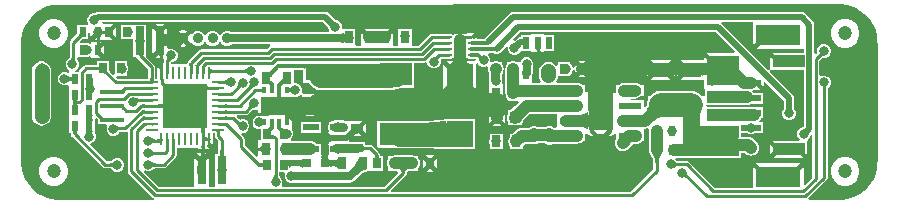
<source format=gtl>
G04*
G04 #@! TF.GenerationSoftware,Altium Limited,Altium Designer,21.4.1 (30)*
G04*
G04 Layer_Physical_Order=1*
G04 Layer_Color=255*
%FSLAX44Y44*%
%MOMM*%
G71*
G04*
G04 #@! TF.SameCoordinates,7901C165-7222-4903-B0BF-97DAFD5C17BE*
G04*
G04*
G04 #@! TF.FilePolarity,Positive*
G04*
G01*
G75*
%ADD10C,0.2500*%
%ADD11C,0.3000*%
%ADD16C,0.4000*%
G04:AMPARAMS|DCode=18|XSize=0.5mm|YSize=0.25mm|CornerRadius=0.05mm|HoleSize=0mm|Usage=FLASHONLY|Rotation=180.000|XOffset=0mm|YOffset=0mm|HoleType=Round|Shape=RoundedRectangle|*
%AMROUNDEDRECTD18*
21,1,0.5000,0.1500,0,0,180.0*
21,1,0.4000,0.2500,0,0,180.0*
1,1,0.1000,-0.2000,0.0750*
1,1,0.1000,0.2000,0.0750*
1,1,0.1000,0.2000,-0.0750*
1,1,0.1000,-0.2000,-0.0750*
%
%ADD18ROUNDEDRECTD18*%
%ADD19R,1.8200X1.3800*%
%ADD20R,0.8000X1.0000*%
%ADD21R,2.0000X0.4000*%
%ADD22R,1.0000X0.8000*%
%ADD23R,0.6000X0.8500*%
%ADD24R,0.7000X0.9000*%
%ADD25R,1.3208X0.5588*%
%ADD26R,1.0800X0.2600*%
%ADD27R,0.2600X1.0800*%
%ADD28R,3.7000X3.7000*%
%ADD29R,2.7940X1.9050*%
%ADD30R,1.9700X0.6000*%
%ADD31R,2.1300X3.0000*%
%ADD32R,0.8000X0.8000*%
%ADD33R,1.8200X1.1500*%
%ADD34R,0.6000X1.0000*%
%ADD35R,0.3000X0.5250*%
%ADD36R,0.8900X0.9300*%
%ADD37R,3.8000X1.8000*%
%ADD38R,2.7000X1.0000*%
%ADD39R,2.3000X2.2000*%
%ADD40R,2.7000X1.0000*%
%ADD41R,1.7000X0.6000*%
G04:AMPARAMS|DCode=42|XSize=0.9mm|YSize=1.6mm|CornerRadius=0.0495mm|HoleSize=0mm|Usage=FLASHONLY|Rotation=180.000|XOffset=0mm|YOffset=0mm|HoleType=Round|Shape=RoundedRectangle|*
%AMROUNDEDRECTD42*
21,1,0.9000,1.5010,0,0,180.0*
21,1,0.8010,1.6000,0,0,180.0*
1,1,0.0990,-0.4005,0.7505*
1,1,0.0990,0.4005,0.7505*
1,1,0.0990,0.4005,-0.7505*
1,1,0.0990,-0.4005,-0.7505*
%
%ADD42ROUNDEDRECTD42*%
%ADD70C,2.0000*%
%ADD71R,2.4500X1.6500*%
%ADD72C,0.5000*%
%ADD73C,1.3000*%
%ADD74C,0.7000*%
%ADD75C,1.0000*%
%ADD76C,0.8000*%
%ADD77C,1.5000*%
%ADD78R,0.8000X1.7800*%
%ADD79R,1.4300X4.0800*%
%ADD80R,3.9400X1.7753*%
%ADD81C,0.9000*%
%ADD82C,1.2000*%
%ADD83C,0.7000*%
%ADD84C,0.8000*%
G36*
X952786Y514154D02*
X954023Y513065D01*
X954195Y512949D01*
X954342Y512865D01*
X954463Y512816D01*
X954560Y512800D01*
X950600Y508840D01*
X950584Y508937D01*
X950535Y509058D01*
X950451Y509205D01*
X950334Y509377D01*
X950184Y509574D01*
X949782Y510044D01*
X948927Y510937D01*
X952463Y514473D01*
X952786Y514154D01*
D02*
G37*
G36*
X948693Y508651D02*
X948836Y508484D01*
X948900Y508400D01*
Y507666D01*
X949685Y505772D01*
X949178Y504502D01*
X866139D01*
X864483Y505187D01*
X862017D01*
X859738Y504244D01*
X857994Y502500D01*
X857687Y501759D01*
X856313D01*
X856006Y502500D01*
X854262Y504244D01*
X851983Y505187D01*
X849517D01*
X847238Y504244D01*
X845494Y502500D01*
X845187Y501759D01*
X843813D01*
X843506Y502500D01*
X841762Y504244D01*
X839483Y505187D01*
X837017D01*
X834738Y504244D01*
X833199Y502705D01*
X832244Y502653D01*
X828578Y498988D01*
X832244Y495322D01*
X833199Y495270D01*
X834738Y493731D01*
X837017Y492788D01*
X839483D01*
X841762Y493731D01*
X843506Y495476D01*
X843813Y496216D01*
X845187D01*
X845494Y495476D01*
X847238Y493731D01*
X849517Y492788D01*
X851983D01*
X854262Y493731D01*
X856006Y495476D01*
X856313Y496216D01*
X857687D01*
X857994Y495476D01*
X859738Y493731D01*
X862017Y492788D01*
X864483D01*
X866762Y493731D01*
X866929Y493898D01*
X899158D01*
X899808Y492721D01*
X899794Y492628D01*
X898894Y492027D01*
X896575Y489708D01*
X853414D01*
X853401Y489710D01*
X841399D01*
X840248Y489481D01*
X839272Y488829D01*
X830323Y479880D01*
X829671Y478905D01*
X829442Y477754D01*
Y477052D01*
X815408D01*
Y478416D01*
X815507Y478491D01*
X815687Y478614D01*
X815836Y478701D01*
X815948Y478755D01*
X816017Y478782D01*
X816037Y478787D01*
X816134Y478799D01*
X816176Y478813D01*
X816834D01*
X818929Y479681D01*
X820532Y481284D01*
X821400Y483379D01*
Y485647D01*
X820532Y487742D01*
X818929Y489345D01*
X816834Y490213D01*
X814566D01*
X813626Y489824D01*
X812570Y490529D01*
Y496460D01*
X812605D01*
Y508712D01*
X807479Y503586D01*
X806065Y505000D01*
X804651Y503586D01*
X799525Y508712D01*
Y497640D01*
X799490D01*
Y485388D01*
X804616Y490514D01*
X807444Y487686D01*
X802319Y482560D01*
X809221D01*
X809898Y481290D01*
X809621Y480876D01*
X809392Y479725D01*
Y477892D01*
X806388D01*
X806459Y477822D01*
X808650D01*
X808667Y475614D01*
X808814Y475467D01*
X805986Y472638D01*
X803560Y475064D01*
Y464803D01*
X802283D01*
X802271Y464878D01*
X802258Y465029D01*
Y474450D01*
X802029Y475601D01*
X801377Y476577D01*
X795470Y482484D01*
X794730Y483400D01*
X794730D01*
X794730Y483400D01*
Y495874D01*
X794748Y495916D01*
Y497300D01*
X794765D01*
Y510700D01*
X773065D01*
Y498300D01*
X782175D01*
X783348Y498184D01*
Y496800D01*
X783330D01*
Y483400D01*
X786331D01*
X786903Y482543D01*
X796242Y473204D01*
Y465029D01*
X796229Y464878D01*
X796218Y464810D01*
X770208D01*
X768989Y466030D01*
X769515Y467300D01*
X778465D01*
Y470004D01*
X778632Y470171D01*
X779500Y472266D01*
Y474534D01*
X778632Y476629D01*
X778465Y476796D01*
Y479700D01*
X768065D01*
Y468750D01*
X766795Y468224D01*
X764301Y470718D01*
X763897Y471153D01*
X763619Y471500D01*
X763465Y471722D01*
Y472552D01*
X763468Y472566D01*
X763465Y472580D01*
Y479700D01*
X753065D01*
Y476533D01*
X752990Y476521D01*
X752838Y476508D01*
X743800D01*
X742649Y476279D01*
X741673Y475627D01*
X737973Y471927D01*
X737321Y470951D01*
X737222Y470450D01*
X734193D01*
X733940Y471720D01*
X735274Y472272D01*
X736877Y473876D01*
X737745Y475971D01*
Y478238D01*
X736877Y480333D01*
X736631Y480579D01*
X736391Y480966D01*
X736251Y481233D01*
X736125Y481509D01*
X736022Y481774D01*
X735940Y482029D01*
X735879Y482273D01*
X735872Y482307D01*
X736485Y483161D01*
X736723Y483400D01*
X745700D01*
Y483400D01*
X746874Y483907D01*
X747904Y483243D01*
Y482560D01*
X756155D01*
X752030Y486686D01*
X754694Y489350D01*
X752030Y492014D01*
X756155Y496140D01*
X747904D01*
Y495152D01*
X746874Y494488D01*
X745700Y495045D01*
Y495300D01*
X738693D01*
X738207Y496473D01*
X739699Y497965D01*
X740135Y498370D01*
X740482Y498648D01*
X740701Y498800D01*
X741523D01*
X741536Y498797D01*
X741551Y498800D01*
X745700D01*
Y503475D01*
X746970Y503643D01*
X747350Y502226D01*
X747904Y501265D01*
Y500788D01*
X752030Y504914D01*
X754858Y502086D01*
X750732Y497960D01*
X757225D01*
Y497460D01*
X766477D01*
X761851Y502086D01*
X764265Y504500D01*
X761851Y506914D01*
X766477Y511540D01*
X757674D01*
X756912Y512810D01*
X757077Y513118D01*
X944226D01*
X948693Y508651D01*
D02*
G37*
G36*
X741546Y500530D02*
X741352Y500673D01*
X741123Y500744D01*
X740859Y500745D01*
X740558Y500674D01*
X740223Y500533D01*
X739851Y500321D01*
X739445Y500038D01*
X739002Y499683D01*
X738010Y498763D01*
X736263Y500550D01*
X736757Y501062D01*
X737533Y501980D01*
X737816Y502386D01*
X738028Y502758D01*
X738169Y503094D01*
X738241Y503394D01*
X738241Y503660D01*
X738171Y503890D01*
X738030Y504086D01*
X741546Y500530D01*
D02*
G37*
G36*
X1067108Y498550D02*
X1066592Y498537D01*
X1066134Y498500D01*
X1065735Y498438D01*
X1065394Y498350D01*
X1065112Y498237D01*
X1064888Y498100D01*
X1064723Y497938D01*
X1064616Y497750D01*
X1064567Y497537D01*
X1064577Y497300D01*
X1064411Y498358D01*
X1062273Y496564D01*
X1061535Y499847D01*
X1061639Y499791D01*
X1061754Y499762D01*
X1061879Y499761D01*
X1062014Y499786D01*
X1062160Y499838D01*
X1062315Y499918D01*
X1062481Y500025D01*
X1062657Y500159D01*
X1062844Y500320D01*
X1063041Y500508D01*
X1064370Y498623D01*
X1064105Y500308D01*
X1063812Y500449D01*
X1063652Y500575D01*
X1063623Y500686D01*
X1063725Y500783D01*
X1063960Y500864D01*
X1064326Y500931D01*
X1064824Y500983D01*
X1066215Y501043D01*
X1067108Y501050D01*
Y498550D01*
D02*
G37*
G36*
X1058244Y499475D02*
X1057766Y496905D01*
X1055966Y498166D01*
X1057734Y499934D01*
X1058244Y499475D01*
D02*
G37*
G36*
X962131Y494831D02*
X962060Y494996D01*
X961851Y495144D01*
X961500Y495274D01*
X961011Y495387D01*
X960380Y495483D01*
X958700Y495622D01*
X955130Y495700D01*
Y502700D01*
X956460Y502721D01*
X958700Y502886D01*
X959611Y503031D01*
X960380Y503217D01*
X961011Y503445D01*
X961500Y503714D01*
X961851Y504025D01*
X962060Y504376D01*
X962131Y504770D01*
Y494831D01*
D02*
G37*
G36*
X1111973Y492637D02*
X1111654Y492314D01*
X1110565Y491077D01*
X1110449Y490905D01*
X1110365Y490758D01*
X1110316Y490637D01*
X1110300Y490540D01*
X1106340Y494500D01*
X1106437Y494516D01*
X1106558Y494565D01*
X1106705Y494649D01*
X1106877Y494766D01*
X1107074Y494916D01*
X1107544Y495318D01*
X1108437Y496173D01*
X1111973Y492637D01*
D02*
G37*
G36*
X1089433Y488031D02*
X1089333Y488082D01*
X1089138Y488128D01*
X1088849Y488168D01*
X1087990Y488233D01*
X1084200Y488300D01*
Y491300D01*
X1089433Y491569D01*
Y488031D01*
D02*
G37*
G36*
X1128499Y490337D02*
X1128318Y490267D01*
X1128158Y490150D01*
X1128019Y489986D01*
X1127902Y489774D01*
X1127806Y489516D01*
X1127731Y489211D01*
X1127678Y488859D01*
X1127646Y488460D01*
X1127635Y488014D01*
X1125135D01*
X1125125Y488460D01*
X1125093Y488859D01*
X1125040Y489211D01*
X1124965Y489516D01*
X1124869Y489774D01*
X1124752Y489986D01*
X1124613Y490150D01*
X1124453Y490267D01*
X1124272Y490337D01*
X1124070Y490361D01*
X1128701D01*
X1128499Y490337D01*
D02*
G37*
G36*
X1292978Y488066D02*
X1292492Y486893D01*
X1269488D01*
X1275614Y480767D01*
X1273004Y478156D01*
X1273770Y478167D01*
Y468167D01*
X1272058Y468151D01*
X1267012Y467775D01*
X1266201Y467603D01*
X1265570Y467399D01*
X1265120Y467164D01*
X1264850Y466898D01*
X1264760Y466600D01*
Y478040D01*
X1272574Y478150D01*
X1266660Y484064D01*
Y480610D01*
X1246879D01*
X1253754Y473734D01*
X1252340Y472320D01*
X1253754Y470906D01*
X1246879Y464030D01*
X1266660D01*
Y456813D01*
X1266660D01*
X1267500Y456053D01*
Y450698D01*
X1266490Y450070D01*
X1264647D01*
X1263961Y450965D01*
X1261517Y452840D01*
X1258671Y454019D01*
X1255616Y454421D01*
X1230290D01*
X1227236Y454019D01*
X1224389Y452840D01*
X1221945Y450965D01*
X1221259Y450070D01*
X1219490D01*
Y447120D01*
X1218891Y445674D01*
X1218725Y444413D01*
X1218680Y444303D01*
X1218507Y443402D01*
X1218251Y442543D01*
X1217889Y441634D01*
X1217525Y440894D01*
X1216963Y440651D01*
X1215900Y440595D01*
X1215670Y440787D01*
Y446660D01*
X1205879D01*
X1205441Y447930D01*
X1205584Y448042D01*
X1208800D01*
X1210549Y448273D01*
X1212179Y448948D01*
X1213498Y449960D01*
X1215670D01*
Y459360D01*
X1213746D01*
X1213578Y459579D01*
X1212179Y460652D01*
X1210549Y461328D01*
X1208800Y461558D01*
X1199400D01*
X1197651Y461328D01*
X1196021Y460652D01*
X1194622Y459579D01*
X1194454Y459360D01*
X1192570D01*
Y454416D01*
X1192560Y453150D01*
X1190732Y453150D01*
X1190719Y453182D01*
X1189813Y454087D01*
X1189989Y450579D01*
X1186839D01*
X1185456Y449196D01*
X1184072Y450579D01*
X1174668D01*
X1173284Y449196D01*
X1171900Y450579D01*
X1168751D01*
X1168817Y450757D01*
X1168876Y451288D01*
X1168974Y453413D01*
X1168980Y454141D01*
X1168194Y453354D01*
X1167012Y453425D01*
X1166835Y453468D01*
X1166226Y454420D01*
X1166258Y454660D01*
X1166170Y455327D01*
Y459360D01*
X1164339D01*
X1164278Y459439D01*
X1162879Y460512D01*
X1161249Y461188D01*
X1159500Y461418D01*
X1142129D01*
X1141502Y462688D01*
X1142363Y463809D01*
X1143189Y465804D01*
X1143342Y466970D01*
X1153470D01*
Y468242D01*
X1153533Y468268D01*
X1155137Y469871D01*
X1156004Y471966D01*
X1157230Y471859D01*
Y468958D01*
X1161442Y473170D01*
X1160413Y474199D01*
X1159800Y473104D01*
X1159888Y473352D01*
X1159897Y473643D01*
X1159828Y473978D01*
X1159680Y474355D01*
X1159454Y474776D01*
X1159150Y475239D01*
X1158767Y475746D01*
X1158071Y476541D01*
X1157230Y477382D01*
Y474341D01*
X1156004Y474234D01*
X1155137Y476329D01*
X1153533Y477932D01*
X1153470Y477958D01*
Y479370D01*
X1143070D01*
Y476300D01*
X1141800Y475869D01*
X1141048Y476848D01*
X1139335Y478163D01*
X1137341Y478989D01*
X1135200Y479271D01*
X1133059Y478989D01*
X1131065Y478163D01*
X1129352Y476848D01*
X1128037Y475135D01*
X1127211Y473141D01*
X1126929Y471000D01*
Y467944D01*
X1127211Y465804D01*
X1128037Y463809D01*
X1128898Y462688D01*
X1128271Y461418D01*
X1121412D01*
X1121200Y462600D01*
X1121200D01*
Y466925D01*
X1121498Y467371D01*
X1121902Y469400D01*
Y475064D01*
X1122400Y476266D01*
Y478534D01*
X1121532Y480629D01*
X1119929Y482232D01*
X1117834Y483100D01*
X1115566D01*
X1113471Y482232D01*
X1111868Y480629D01*
X1111648Y480099D01*
X1110680Y479370D01*
X1108020D01*
X1107229Y479697D01*
X1105480Y479928D01*
X1103731Y479697D01*
X1102940Y479370D01*
X1100280D01*
Y477399D01*
X1099628Y476549D01*
X1098952Y474919D01*
X1098722Y473170D01*
Y452503D01*
X1098952Y450754D01*
X1099628Y449124D01*
X1100280Y448274D01*
Y447511D01*
X1099010Y446461D01*
X1098790Y446502D01*
X1098717Y446628D01*
X1092844Y440756D01*
X1090016Y443584D01*
X1096520Y450088D01*
Y459543D01*
X1096471D01*
X1095622Y460813D01*
X1096100Y461966D01*
Y464234D01*
X1095702Y465195D01*
Y466826D01*
X1095794Y468495D01*
X1095843Y468919D01*
X1095891Y469199D01*
X1095898Y469225D01*
X1096332Y469791D01*
X1097008Y471421D01*
X1097238Y473170D01*
X1097008Y474919D01*
X1096332Y476549D01*
X1095680Y477399D01*
Y479370D01*
X1093020D01*
X1092229Y479697D01*
X1090480Y479928D01*
X1088731Y479697D01*
X1087940Y479370D01*
X1086273D01*
X1086075Y479666D01*
Y481934D01*
X1085208Y484029D01*
X1083969Y485267D01*
X1084485Y486537D01*
X1085843D01*
X1087910Y486501D01*
X1088663Y486444D01*
X1089561Y485844D01*
X1091200Y485518D01*
X1092839Y485844D01*
X1094228Y486772D01*
X1099427Y491971D01*
X1099772Y491871D01*
X1100600Y491348D01*
Y489366D01*
X1101468Y487271D01*
X1103071Y485668D01*
X1105166Y484800D01*
X1107434D01*
X1109529Y485668D01*
X1111132Y487271D01*
X1111231Y487510D01*
X1111800Y488600D01*
Y488600D01*
X1111800Y488600D01*
X1120460D01*
Y487760D01*
X1131540D01*
Y488600D01*
X1140200D01*
Y502000D01*
X1131540D01*
Y502840D01*
X1120460D01*
Y502000D01*
X1111800D01*
Y499882D01*
X1111400D01*
X1109761Y499556D01*
X1108372Y498628D01*
X1106540Y496796D01*
X1106058Y496806D01*
X1105543Y498087D01*
X1111574Y504118D01*
X1276926D01*
X1292978Y488066D01*
D02*
G37*
G36*
X809662Y485106D02*
X809450Y485031D01*
X809262Y484906D01*
X809100Y484730D01*
X808962Y484506D01*
X808850Y484230D01*
X808763Y483905D01*
X808700Y483531D01*
X808662Y483106D01*
X808650Y482631D01*
X806150D01*
X806137Y483106D01*
X806100Y483531D01*
X806038Y483905D01*
X805950Y484230D01*
X805837Y484506D01*
X805700Y484730D01*
X805537Y484906D01*
X805350Y485031D01*
X805137Y485106D01*
X804900Y485131D01*
X809900D01*
X809662Y485106D01*
D02*
G37*
G36*
X1387643Y527188D02*
X1391752Y526087D01*
X1395681Y524460D01*
X1399365Y522333D01*
X1402740Y519744D01*
X1405748Y516737D01*
X1408337Y513363D01*
X1410464Y509680D01*
X1412093Y505751D01*
X1413194Y501643D01*
X1413751Y497426D01*
X1413751Y495299D01*
X1413848Y494814D01*
X1413898Y494560D01*
Y395280D01*
X1413836Y394967D01*
X1413743Y394498D01*
X1413743Y392372D01*
X1413188Y388155D01*
X1412087Y384046D01*
X1410460Y380117D01*
X1408333Y376433D01*
X1405744Y373059D01*
X1402737Y370051D01*
X1399363Y367461D01*
X1395680Y365334D01*
X1391751Y363705D01*
X1387643Y362604D01*
X1383482Y362055D01*
X1381412Y362146D01*
X1381356Y362138D01*
X1381300Y362149D01*
X1355762Y362149D01*
X1355273Y363419D01*
X1370662Y378808D01*
X1371314Y379784D01*
X1371543Y380935D01*
Y456876D01*
X1371764Y456968D01*
X1373367Y458571D01*
X1374235Y460666D01*
Y462934D01*
X1373367Y465029D01*
X1371764Y466632D01*
X1369669Y467500D01*
X1367401D01*
X1365863Y466863D01*
X1364593Y467578D01*
Y480239D01*
X1366945Y482592D01*
X1367166Y482500D01*
X1369434D01*
X1371529Y483368D01*
X1373132Y484971D01*
X1374000Y487066D01*
Y489334D01*
X1373132Y491429D01*
X1371529Y493032D01*
X1369434Y493900D01*
X1367166D01*
X1365071Y493032D01*
X1363468Y491429D01*
X1362600Y489334D01*
Y487066D01*
X1362692Y486845D01*
X1361591Y485744D01*
X1360417Y486230D01*
Y510665D01*
X1360091Y512304D01*
X1359163Y513693D01*
X1352728Y520128D01*
X1351339Y521056D01*
X1349700Y521382D01*
X1105400D01*
X1103761Y521056D01*
X1102372Y520128D01*
X1080772Y498528D01*
X1080461Y498063D01*
X1075504D01*
X1074698Y499044D01*
X1074700Y499050D01*
Y500550D01*
X1074655Y500776D01*
X1072264Y498386D01*
X1069436Y501214D01*
X1071826Y503605D01*
X1071600Y503650D01*
X1067600D01*
X1066414Y503414D01*
X1065408Y502742D01*
X1065336Y502633D01*
X1065289Y502664D01*
X1064105Y502900D01*
X1056095D01*
X1054911Y502664D01*
X1054154Y502158D01*
X1053458Y502622D01*
X1052600Y502793D01*
X1050674D01*
X1050600Y502808D01*
X1036192D01*
X1035041Y502579D01*
X1034065Y501927D01*
X1025046Y492908D01*
X1020790D01*
X1019600Y493100D01*
X1019600Y494178D01*
Y506500D01*
X1008200D01*
Y502075D01*
X1008100Y501834D01*
Y499566D01*
X1008200Y499325D01*
X1008200Y493100D01*
X1007010Y492908D01*
X1003440D01*
Y504511D01*
X998314Y499386D01*
X995486Y502214D01*
X1000612Y507340D01*
X990360D01*
Y507340D01*
X989640D01*
Y507340D01*
X979389D01*
X984514Y502214D01*
X981686Y499386D01*
X976560Y504512D01*
Y500661D01*
Y492908D01*
X972990D01*
X971800Y493100D01*
X971800Y494178D01*
Y506500D01*
X962145D01*
X962131Y506503D01*
X962116Y506500D01*
X961192D01*
X960306Y507659D01*
X960300Y507729D01*
Y509934D01*
X959432Y512029D01*
X957829Y513632D01*
X955734Y514500D01*
X955016D01*
X954514Y514942D01*
X949028Y520428D01*
X947639Y521356D01*
X946000Y521682D01*
X754112D01*
X752473Y521356D01*
X751084Y520428D01*
X751056Y520400D01*
X749466D01*
X747371Y519532D01*
X745768Y517929D01*
X744900Y515834D01*
Y513566D01*
X745561Y511970D01*
X744928Y510790D01*
X744817Y510700D01*
X736300D01*
Y504109D01*
X736297Y504096D01*
X736300Y504081D01*
Y503242D01*
X736157Y503037D01*
X735573Y502347D01*
X730692Y497465D01*
X730040Y496489D01*
X729811Y495338D01*
Y483178D01*
X729797Y483083D01*
X729756Y482919D01*
X729700Y482768D01*
X729629Y482626D01*
X729539Y482486D01*
X729426Y482344D01*
X729284Y482198D01*
X729129Y482066D01*
X728816Y481937D01*
X727213Y480333D01*
X726345Y478238D01*
Y475971D01*
X727213Y473876D01*
X728816Y472272D01*
X729074Y472165D01*
X729453Y470634D01*
X729300Y470450D01*
Y470450D01*
X728030Y469880D01*
X726534Y470500D01*
X724266D01*
X722171Y469632D01*
X720568Y468029D01*
X719700Y465934D01*
Y463666D01*
X720568Y461571D01*
X722171Y459968D01*
X724266Y459100D01*
X726534D01*
X728030Y459720D01*
X728457Y459471D01*
X729300Y458550D01*
Y457283D01*
X729300D01*
Y445383D01*
X729300D01*
Y444117D01*
X729300D01*
X729300Y444113D01*
Y432217D01*
X729300D01*
Y430950D01*
X729300D01*
Y419050D01*
X730967D01*
X730979Y418975D01*
X730992Y418823D01*
Y417700D01*
X731221Y416549D01*
X731873Y415573D01*
X757673Y389773D01*
X757673Y389773D01*
X758649Y389121D01*
X759800Y388892D01*
X759800Y388892D01*
X764218D01*
X764317Y388879D01*
X764518Y388835D01*
X764717Y388772D01*
X764919Y388688D01*
X765125Y388582D01*
X765336Y388451D01*
X765554Y388293D01*
X765777Y388105D01*
X766043Y387849D01*
X766172Y387767D01*
X766871Y387068D01*
X768966Y386200D01*
X771234D01*
X773329Y387068D01*
X774932Y388671D01*
X775800Y390766D01*
Y393034D01*
X774932Y395129D01*
X773329Y396732D01*
X771234Y397600D01*
X768966D01*
X766871Y396732D01*
X766172Y396033D01*
X766043Y395951D01*
X765777Y395695D01*
X765554Y395507D01*
X765336Y395349D01*
X765125Y395218D01*
X764919Y395112D01*
X764717Y395028D01*
X764518Y394965D01*
X764317Y394921D01*
X764218Y394908D01*
X761046D01*
X747077Y408877D01*
X747563Y410050D01*
X747578D01*
X749673Y410918D01*
X751276Y412521D01*
X752144Y414616D01*
Y416884D01*
X751276Y418979D01*
X751144Y419111D01*
Y420766D01*
X751147Y420780D01*
X751144Y420795D01*
Y429205D01*
X751147Y429220D01*
X751144Y429234D01*
Y430906D01*
X752073Y431773D01*
X753392Y430454D01*
X753810Y430006D01*
X754102Y429644D01*
X754200Y429506D01*
Y426102D01*
X760980D01*
X761661Y424832D01*
X761000Y423236D01*
Y420969D01*
X761868Y418874D01*
X763471Y417270D01*
X765566Y416403D01*
X767834D01*
X769929Y417270D01*
X771532Y418874D01*
X771669Y419204D01*
X771808Y419370D01*
X771951Y419510D01*
X772091Y419623D01*
X772229Y419712D01*
X772370Y419782D01*
X772519Y419837D01*
X772682Y419879D01*
X772777Y419892D01*
X776868D01*
X777722Y420062D01*
X778992Y419360D01*
Y386400D01*
X779221Y385249D01*
X779873Y384273D01*
X800073Y364073D01*
X801049Y363421D01*
X800875Y362161D01*
X721400Y362163D01*
X719273D01*
X715057Y362718D01*
X710948Y363818D01*
X707018Y365446D01*
X703335Y367572D01*
X699960Y370161D01*
X696952Y373168D01*
X694363Y376542D01*
X692235Y380225D01*
X690607Y384154D01*
X689505Y388263D01*
X688949Y392480D01*
X688949Y394606D01*
X688957Y495201D01*
X688957Y495202D01*
X688957Y495202D01*
Y497328D01*
X689512Y501545D01*
X690613Y505654D01*
X692240Y509583D01*
X694367Y513267D01*
X696956Y516642D01*
X699963Y519649D01*
X703337Y522239D01*
X707020Y524366D01*
X710949Y525995D01*
X715057Y527096D01*
X719274Y527652D01*
X721401Y527653D01*
X1381300Y527743D01*
X1383427Y527743D01*
X1387643Y527188D01*
D02*
G37*
G36*
X1065142Y485054D02*
X1065266Y483491D01*
X1065474Y482113D01*
X1065486Y482067D01*
X1066047Y482442D01*
X1066742Y481978D01*
X1067600Y481807D01*
X1068320D01*
X1068351Y481786D01*
X1069600Y481537D01*
X1073393D01*
X1073429Y481480D01*
X1073428Y481452D01*
X1072721Y480210D01*
X1066028D01*
X1066140Y479907D01*
X1066598Y479080D01*
X1067139Y478436D01*
X1067763Y477977D01*
X1068470Y477701D01*
X1069260Y477609D01*
X1051499D01*
X1061024Y468084D01*
X1059610Y466670D01*
X1060110Y466170D01*
X1062024Y468084D01*
X1074150Y455959D01*
Y477616D01*
X1075420Y477869D01*
X1075543Y477571D01*
X1077147Y475968D01*
X1079242Y475100D01*
X1081509D01*
X1082833Y475648D01*
X1083527Y475108D01*
X1083854Y474697D01*
X1083642Y473090D01*
X1083873Y471341D01*
X1084548Y469711D01*
X1084822Y469353D01*
X1085098Y465213D01*
Y465195D01*
X1084700Y464234D01*
Y461966D01*
X1085178Y460813D01*
X1084440Y459543D01*
X1084440D01*
Y449397D01*
X1083267Y448911D01*
X1083144Y449034D01*
X1081196Y450158D01*
X1079024Y450740D01*
X1076776D01*
X1074604Y450158D01*
X1072656Y449034D01*
X1071889Y448266D01*
X1071050Y447459D01*
X1070226Y448252D01*
X1070110Y442200D01*
X1064200D01*
X1065614Y440786D01*
X1059742Y434913D01*
X1060904Y434242D01*
X1063076Y433660D01*
X1065324D01*
X1067496Y434242D01*
X1069444Y435366D01*
X1070211Y436134D01*
X1071050Y436941D01*
X1071889Y436134D01*
X1072656Y435366D01*
X1074604Y434242D01*
X1076776Y433660D01*
X1079024D01*
X1081196Y434242D01*
X1083144Y435366D01*
X1083267Y435489D01*
X1084418Y435013D01*
X1084045Y435427D01*
X1098420D01*
Y437197D01*
X1099388Y438874D01*
X1099970Y441046D01*
Y443294D01*
X1099388Y445466D01*
X1100371Y446303D01*
X1102940D01*
X1103731Y445976D01*
X1105480Y445746D01*
X1107229Y445976D01*
X1108020Y446303D01*
X1109794D01*
X1110320Y445033D01*
X1109498Y444212D01*
X1106508Y441362D01*
X1104576Y439732D01*
X1103805Y439157D01*
X1103157Y438730D01*
X1102671Y438465D01*
X1102400Y438360D01*
X1102256Y438337D01*
X1100680D01*
Y436655D01*
X1100678Y436645D01*
X1100680Y436631D01*
Y434647D01*
X1100303Y433736D01*
X1100072Y431987D01*
X1100303Y430238D01*
X1100680Y429326D01*
Y425637D01*
X1104652D01*
X1105081Y425459D01*
X1106830Y425229D01*
X1108579Y425459D01*
X1109008Y425637D01*
X1111200D01*
X1111211Y425634D01*
X1111225Y425637D01*
X1112980D01*
Y427212D01*
X1113003Y427357D01*
X1113108Y427627D01*
X1113373Y428114D01*
X1113764Y428708D01*
X1118146Y433745D01*
X1119667Y435267D01*
X1141153D01*
X1142230Y434800D01*
X1142230Y433997D01*
X1142230Y423720D01*
X1141127Y423318D01*
X1140011D01*
X1138872Y423975D01*
X1136914Y424500D01*
X1134886D01*
X1132928Y423975D01*
X1132205Y423558D01*
X1126668D01*
X1125772Y424075D01*
X1123814Y424600D01*
X1121786D01*
X1119828Y424075D01*
X1118516Y423318D01*
X1112870D01*
X1111121Y423088D01*
X1109491Y422412D01*
X1108092Y421339D01*
X1105123Y418370D01*
X1102280D01*
Y415247D01*
X1102128Y415049D01*
X1101452Y413419D01*
X1101222Y411670D01*
X1101452Y409921D01*
X1102128Y408291D01*
X1102280Y408092D01*
Y404970D01*
X1107541D01*
X1107980Y404912D01*
X1108419Y404970D01*
X1113680D01*
Y407813D01*
X1115669Y409802D01*
X1119694D01*
X1119828Y409725D01*
X1121786Y409200D01*
X1123814D01*
X1125772Y409725D01*
X1126322Y410042D01*
X1132205D01*
X1132928Y409625D01*
X1134886Y409100D01*
X1136914D01*
X1138872Y409625D01*
X1139179Y409802D01*
X1159400D01*
X1161149Y410033D01*
X1162779Y410708D01*
X1164178Y411782D01*
X1164239Y411860D01*
X1166170D01*
Y416804D01*
X1166180Y418070D01*
X1168008Y418070D01*
X1168021Y418038D01*
X1169298Y416761D01*
X1170967Y416070D01*
X1172773D01*
X1173345Y416307D01*
X1170456Y419196D01*
X1173284Y422024D01*
X1177238Y418070D01*
X1181501D01*
X1185456Y422024D01*
X1188284Y419196D01*
X1185395Y416307D01*
X1185967Y416070D01*
X1187773D01*
X1189442Y416761D01*
X1190719Y418038D01*
X1190732Y418070D01*
X1192560D01*
X1192570Y416804D01*
Y414403D01*
X1192038Y413709D01*
X1191363Y412079D01*
X1191132Y410330D01*
X1191363Y408581D01*
X1192038Y406951D01*
X1193112Y405552D01*
X1194511Y404478D01*
X1196141Y403802D01*
X1197890Y403572D01*
X1199639Y403802D01*
X1201269Y404478D01*
X1202669Y405552D01*
X1206559Y409442D01*
X1208900D01*
X1210649Y409673D01*
X1212279Y410348D01*
X1213679Y411422D01*
X1214015Y411860D01*
X1215670D01*
Y421260D01*
X1215670D01*
X1215737Y422502D01*
X1216930D01*
X1218679Y422733D01*
X1219447Y423051D01*
X1219878Y422820D01*
X1220530Y422124D01*
X1220342Y420700D01*
Y414700D01*
Y404400D01*
X1220573Y402651D01*
X1221248Y401021D01*
X1222321Y399622D01*
X1222380Y399577D01*
X1222400Y399552D01*
Y398450D01*
X1223030D01*
X1223104Y398278D01*
X1223355Y397494D01*
X1223579Y396548D01*
X1223762Y395482D01*
X1224092Y391248D01*
Y388346D01*
X1204954Y369208D01*
X1002121D01*
X1001635Y370381D01*
X1014527Y383273D01*
X1015179Y384249D01*
X1015362Y385170D01*
X1015372Y385200D01*
X1015377Y385245D01*
X1015396Y385344D01*
X1015401Y385360D01*
X1015481Y385557D01*
X1015598Y385797D01*
X1015954Y386342D01*
X1019900D01*
X1021649Y386572D01*
X1022440Y386900D01*
X1025100D01*
Y388871D01*
X1025752Y389721D01*
X1026428Y391351D01*
X1026658Y393100D01*
X1026428Y394849D01*
X1025752Y396479D01*
X1025100Y397329D01*
Y399300D01*
X1022440D01*
X1021649Y399627D01*
X1019900Y399858D01*
X1004900D01*
X1003151Y399627D01*
X1002360Y399300D01*
X999700D01*
Y397329D01*
X999047Y396479D01*
X998372Y394849D01*
X998142Y393100D01*
X998372Y391351D01*
X999047Y389721D01*
X999700Y388871D01*
Y386900D01*
X1002360D01*
X1003151Y386572D01*
X1004900Y386342D01*
X1007292D01*
X1007819Y385072D01*
X996154Y373408D01*
X909878D01*
X909163Y374678D01*
X909800Y376216D01*
Y378484D01*
X908932Y380579D01*
X908233Y381278D01*
X908151Y381407D01*
X907895Y381673D01*
X907707Y381896D01*
X907549Y382114D01*
X907418Y382325D01*
X907312Y382531D01*
X907228Y382733D01*
X907165Y382933D01*
X907121Y383133D01*
X907108Y383232D01*
Y385600D01*
X911403D01*
X912252Y384330D01*
X911796Y383231D01*
Y380964D01*
X912664Y378869D01*
X914268Y377265D01*
X916363Y376398D01*
X918630D01*
X919591Y376796D01*
X966797D01*
X968826Y377199D01*
X970546Y378349D01*
X975210Y383012D01*
X975896Y383642D01*
X976747Y384313D01*
X977581Y384894D01*
X978379Y385375D01*
X979138Y385757D01*
X979856Y386045D01*
X980533Y386243D01*
X981169Y386357D01*
X981869Y386400D01*
X983500D01*
Y386731D01*
X984700Y386900D01*
Y386900D01*
X995100D01*
Y399300D01*
X993737D01*
X992908Y400171D01*
X992679Y401322D01*
X992027Y402298D01*
X986398Y407926D01*
X985422Y408578D01*
X984271Y408807D01*
X983353D01*
X981830Y408847D01*
X979812Y409035D01*
X979600Y409069D01*
Y411500D01*
X973461D01*
X972900Y411611D01*
X966528D01*
Y414514D01*
X964395Y417830D01*
X965433Y418903D01*
X967054Y420805D01*
X967638Y421634D01*
X968070Y422382D01*
X968351Y423048D01*
X968481Y423633D01*
X968459Y424137D01*
X968286Y424560D01*
X967961Y424901D01*
X972552Y421452D01*
X973900Y422800D01*
X972486Y424214D01*
X977612Y429340D01*
X965360D01*
Y429340D01*
X964090Y428856D01*
X963621Y429169D01*
X961397Y429612D01*
X961397Y429612D01*
X954300D01*
X952076Y429169D01*
X950613Y428192D01*
X949080D01*
Y426247D01*
X948931Y426024D01*
X948488Y423800D01*
X948931Y421576D01*
X949080Y421353D01*
Y419634D01*
X948626D01*
X948656Y419544D01*
X949006Y418894D01*
X949456Y418344D01*
X950006Y417894D01*
X950656Y417544D01*
X951406Y417294D01*
X952256Y417144D01*
X953206Y417094D01*
Y412094D01*
X952256Y412044D01*
X951406Y411894D01*
X950810Y411696D01*
Y411536D01*
X950760Y411642D01*
X950723Y411666D01*
X950656Y411644D01*
X950006Y411294D01*
X949456Y410844D01*
X949006Y410294D01*
X948656Y409644D01*
X948430Y408966D01*
X949080D01*
Y400408D01*
X948340Y400045D01*
X948365Y399770D01*
X948488Y399119D01*
X948647Y398569D01*
X948841Y398120D01*
X949070Y397770D01*
X949335Y397520D01*
X949634Y397369D01*
X949969Y397320D01*
X942030D01*
X942254Y397369D01*
X942454Y397520D01*
X942630Y397770D01*
X942783Y398120D01*
X942912Y398569D01*
X943018Y399119D01*
X943100Y399770D01*
X943115Y400018D01*
X942320Y400408D01*
Y409396D01*
X938625D01*
X938178Y409978D01*
X936779Y411052D01*
X935149Y411727D01*
X933400Y411958D01*
X918079D01*
X916868Y412100D01*
Y413707D01*
X918232Y415071D01*
X919100Y417166D01*
Y419434D01*
X918232Y421529D01*
X917952Y421809D01*
X917790Y423013D01*
X917790D01*
Y429184D01*
X915291Y431683D01*
X915289Y431663D01*
X915250Y430583D01*
X912250D01*
X912235Y431157D01*
X912190Y431671D01*
X912115Y432125D01*
X912010Y432519D01*
X911875Y432852D01*
X911710Y433125D01*
X911515Y433337D01*
X911290Y433490D01*
X911035Y433582D01*
X910750Y433614D01*
X913375Y433599D01*
X906586Y440388D01*
X909414Y443217D01*
X918790Y433841D01*
Y448881D01*
X919566Y449400D01*
X921834D01*
X923929Y450268D01*
X925280Y451619D01*
X926456Y451289D01*
X926550Y451230D01*
X926550Y451201D01*
X926550Y451201D01*
X926550Y451199D01*
Y436203D01*
X934576Y444229D01*
X937404Y441401D01*
X929379Y433375D01*
X947002D01*
X938976Y441401D01*
X940390Y442815D01*
X938976Y444229D01*
X947002Y452255D01*
X927066Y452255D01*
X926148Y453359D01*
X926400Y453966D01*
Y456234D01*
X925532Y458329D01*
X923929Y459932D01*
X921834Y460800D01*
X919940D01*
Y472237D01*
X926783D01*
X926991Y472219D01*
X927296Y472169D01*
X927390Y472144D01*
Y461595D01*
X931992D01*
X932280Y460900D01*
X934156Y458456D01*
X936600Y456580D01*
X939446Y455401D01*
X942500Y454999D01*
X957384D01*
X958092Y455092D01*
X958800Y454999D01*
X1000847D01*
X1003902Y455401D01*
X1005810Y456191D01*
X1006793D01*
X1009847Y456594D01*
X1011413Y457243D01*
X1021680D01*
Y478492D01*
X1029771D01*
X1030922Y478721D01*
X1031130Y478860D01*
X1032400Y478181D01*
Y478066D01*
X1033268Y475971D01*
X1034871Y474368D01*
X1036966Y473500D01*
X1039234D01*
X1041329Y474368D01*
X1042932Y475971D01*
X1043800Y478066D01*
Y480334D01*
X1043731Y480499D01*
X1043728Y480589D01*
X1043739Y480810D01*
X1043768Y481009D01*
X1043812Y481189D01*
X1043871Y481355D01*
X1043946Y481513D01*
X1044039Y481666D01*
X1044097Y481744D01*
X1044146Y481792D01*
X1050600D01*
X1050674Y481807D01*
X1052600D01*
X1053458Y481978D01*
X1054154Y482442D01*
X1054715Y482067D01*
X1054726Y482113D01*
X1054934Y483491D01*
X1055058Y485054D01*
X1055100Y486800D01*
X1065100D01*
X1065142Y485054D01*
D02*
G37*
G36*
X1043068Y483200D02*
X1042818Y482927D01*
X1042602Y482639D01*
X1042418Y482336D01*
X1042267Y482019D01*
X1042149Y481686D01*
X1042064Y481340D01*
X1042012Y480978D01*
X1041993Y480602D01*
X1042007Y480211D01*
X1042054Y479805D01*
X1037574Y483165D01*
X1038008Y483234D01*
X1038817Y483427D01*
X1039192Y483552D01*
X1039548Y483696D01*
X1039884Y483859D01*
X1040201Y484041D01*
X1040498Y484242D01*
X1040775Y484462D01*
X1041033Y484701D01*
X1043068Y483200D01*
D02*
G37*
G36*
X734069Y482955D02*
X734081Y482608D01*
X734119Y482259D01*
X734183Y481907D01*
X734273Y481552D01*
X734388Y481194D01*
X734528Y480834D01*
X734694Y480471D01*
X734885Y480105D01*
X735344Y479366D01*
X729850Y480449D01*
X730177Y480682D01*
X730469Y480931D01*
X730726Y481195D01*
X730950Y481474D01*
X731139Y481769D01*
X731294Y482080D01*
X731414Y482406D01*
X731500Y482747D01*
X731551Y483104D01*
X731569Y483476D01*
X734069Y482955D01*
D02*
G37*
G36*
X815917Y480519D02*
X815709Y480493D01*
X815490Y480435D01*
X815259Y480348D01*
X815016Y480229D01*
X814762Y480080D01*
X814496Y479901D01*
X814219Y479690D01*
X813630Y479177D01*
X813318Y478875D01*
X811516Y480609D01*
X811724Y480831D01*
X811900Y481050D01*
X812044Y481265D01*
X812155Y481477D01*
X812235Y481685D01*
X812282Y481890D01*
X812297Y482091D01*
X812280Y482288D01*
X812230Y482482D01*
X812149Y482672D01*
X815917Y480519D01*
D02*
G37*
G36*
X1308160Y493141D02*
X1318286Y503267D01*
X1321114Y500438D01*
X1310988Y490312D01*
X1351240D01*
X1351853Y489296D01*
Y486960D01*
X1325224D01*
X1331349Y480834D01*
X1328521Y478006D01*
X1322395Y484132D01*
Y472557D01*
X1321125Y472031D01*
X1281728Y511428D01*
X1281549Y511548D01*
X1281934Y512818D01*
X1308160D01*
Y493141D01*
D02*
G37*
G36*
X838670Y475322D02*
X836131D01*
X836144Y475337D01*
X836155Y475382D01*
X836166Y475456D01*
X836175Y475561D01*
X836197Y476277D01*
X836200Y476814D01*
X838700D01*
X838670Y475322D01*
D02*
G37*
G36*
X833670D02*
X831130D01*
X831144Y475346D01*
X831155Y475419D01*
X831166Y475541D01*
X831194Y476514D01*
X831200Y477754D01*
X833700D01*
X833670Y475322D01*
D02*
G37*
G36*
X813670D02*
X811131D01*
X811134Y475347D01*
X811137Y475422D01*
X811150Y477822D01*
X813650D01*
X813670Y475322D01*
D02*
G37*
G36*
X929151Y472500D02*
X929119Y472785D01*
X929026Y473040D01*
X928874Y473265D01*
X928661Y473460D01*
X928388Y473625D01*
X928055Y473760D01*
X927662Y473865D01*
X927208Y473940D01*
X926694Y473985D01*
X926121Y474000D01*
Y477000D01*
X929120Y477065D01*
X929151Y472500D01*
D02*
G37*
G36*
X754826Y471000D02*
X754801Y471237D01*
X754725Y471450D01*
X754598Y471637D01*
X754421Y471800D01*
X754193Y471937D01*
X753915Y472050D01*
X753586Y472137D01*
X753206Y472200D01*
X752776Y472238D01*
X752296Y472250D01*
Y474750D01*
X752776Y474763D01*
X753206Y474800D01*
X753586Y474863D01*
X753915Y474950D01*
X754193Y475062D01*
X754421Y475200D01*
X754598Y475363D01*
X754725Y475550D01*
X754801Y475762D01*
X754826Y476000D01*
Y471000D01*
D02*
G37*
G36*
X903551Y470530D02*
X902798Y469755D01*
X901113Y467757D01*
X900743Y467200D01*
X900470Y466696D01*
X900293Y466247D01*
X900212Y465853D01*
X900228Y465513D01*
X900339Y465227D01*
X897127Y470439D01*
X897313Y470228D01*
X897552Y470111D01*
X897843Y470089D01*
X898188Y470162D01*
X898586Y470330D01*
X899037Y470593D01*
X899541Y470950D01*
X900097Y471402D01*
X901369Y472591D01*
X903551Y470530D01*
D02*
G37*
G36*
X848664Y473615D02*
X848740Y473402D01*
X848867Y473215D01*
X849044Y473052D01*
X849272Y472915D01*
X849550Y472803D01*
X849879Y472715D01*
X850258Y472653D01*
X850689Y472615D01*
X851170Y472603D01*
Y470103D01*
X850689Y470090D01*
X850258Y470052D01*
X849879Y469990D01*
X849550Y469902D01*
X849272Y469790D01*
X849044Y469652D01*
X848867Y469490D01*
X848740Y469302D01*
X848664Y469090D01*
X848639Y468853D01*
Y473853D01*
X848664Y473615D01*
D02*
G37*
G36*
X880842Y468552D02*
X880535Y468846D01*
X880222Y469110D01*
X879903Y469343D01*
X879578Y469544D01*
X879247Y469715D01*
X878910Y469854D01*
X878566Y469963D01*
X878217Y470041D01*
X877861Y470087D01*
X877499Y470103D01*
X877501Y472603D01*
X877863Y472618D01*
X878218Y472664D01*
X878568Y472742D01*
X878912Y472850D01*
X879249Y472990D01*
X879580Y473160D01*
X879906Y473362D01*
X880225Y473594D01*
X880538Y473857D01*
X880845Y474152D01*
X880842Y468552D01*
D02*
G37*
G36*
X761593Y472372D02*
X761522Y472142D01*
Y471877D01*
X761593Y471576D01*
X761734Y471240D01*
X761947Y470869D01*
X762230Y470462D01*
X762583Y470020D01*
X763502Y469030D01*
X761734Y467263D01*
X761222Y467758D01*
X760303Y468536D01*
X759896Y468818D01*
X759525Y469030D01*
X759189Y469172D01*
X758888Y469243D01*
X758623D01*
X758393Y469172D01*
X758199Y469030D01*
X761734Y472566D01*
X761593Y472372D01*
D02*
G37*
G36*
X1094275Y469863D02*
X1094196Y469571D01*
X1094127Y469164D01*
X1094066Y468642D01*
X1093942Y466387D01*
X1093900Y463100D01*
X1086900D01*
X1086895Y464310D01*
X1086525Y469863D01*
X1086438Y470041D01*
X1094362D01*
X1094275Y469863D01*
D02*
G37*
G36*
X800512Y465091D02*
X800550Y464661D01*
X800612Y464282D01*
X800700Y463952D01*
X800813Y463674D01*
X800950Y463446D01*
X801113Y463269D01*
X801300Y463143D01*
X801513Y463067D01*
X801750Y463041D01*
X796750D01*
X796988Y463067D01*
X797200Y463143D01*
X797387Y463269D01*
X797550Y463446D01*
X797688Y463674D01*
X797800Y463952D01*
X797887Y464282D01*
X797950Y464661D01*
X797988Y465091D01*
X798000Y465572D01*
X800500D01*
X800512Y465091D01*
D02*
G37*
G36*
X728564Y467305D02*
X728876Y467042D01*
X729196Y466810D01*
X729521Y466608D01*
X729852Y466437D01*
X730189Y466298D01*
X730234Y466284D01*
X730428Y466362D01*
X730656Y466500D01*
X730833Y466662D01*
X730960Y466850D01*
X731036Y467062D01*
X731061Y467300D01*
Y466089D01*
X731238Y466065D01*
X731600Y466050D01*
Y463550D01*
X731238Y463535D01*
X731061Y463511D01*
Y462300D01*
X731036Y462537D01*
X730960Y462750D01*
X730833Y462938D01*
X730656Y463100D01*
X730428Y463237D01*
X730234Y463316D01*
X730189Y463302D01*
X729852Y463162D01*
X729521Y462992D01*
X729196Y462790D01*
X728876Y462558D01*
X728564Y462295D01*
X728257Y462000D01*
Y467600D01*
X728564Y467305D01*
D02*
G37*
G36*
X912673Y460561D02*
X912487Y460772D01*
X912248Y460889D01*
X911956Y460911D01*
X911612Y460838D01*
X911214Y460670D01*
X910763Y460407D01*
X910259Y460050D01*
X909703Y459598D01*
X908430Y458409D01*
X906248Y460470D01*
X907002Y461245D01*
X908687Y463243D01*
X909056Y463801D01*
X909330Y464304D01*
X909507Y464753D01*
X909588Y465147D01*
X909572Y465487D01*
X909461Y465773D01*
X912673Y460561D01*
D02*
G37*
G36*
X793880Y460533D02*
X793856Y460537D01*
X793781Y460540D01*
X791380Y460552D01*
Y463052D01*
X793880Y463072D01*
Y460533D01*
D02*
G37*
G36*
X863101Y463102D02*
X863419Y463102D01*
Y460602D01*
X863193Y460596D01*
X863249Y459097D01*
X862929Y459383D01*
X862604Y459639D01*
X862275Y459865D01*
X861942Y460060D01*
X861605Y460226D01*
X861263Y460362D01*
X860917Y460467D01*
X860566Y460542D01*
X860211Y460587D01*
X859852Y460602D01*
X859755Y463102D01*
X860119Y463118D01*
X860475Y463166D01*
X860823Y463246D01*
X861164Y463357D01*
X861496Y463500D01*
X861821Y463675D01*
X862138Y463882D01*
X862447Y464120D01*
X862749Y464391D01*
X863042Y464693D01*
X863101Y463102D01*
D02*
G37*
G36*
X1297164Y472028D02*
X1303525Y466695D01*
X1305338Y465499D01*
X1306996Y464595D01*
X1308500Y463982D01*
X1309851Y463660D01*
X1311047Y463629D01*
X1312089Y463890D01*
X1297966Y457951D01*
X1297863Y457876D01*
X1297554Y458026D01*
X1297039Y458401D01*
X1296317Y459001D01*
X1292918Y462147D01*
X1287664Y467317D01*
X1294736Y474388D01*
X1297164Y472028D01*
D02*
G37*
G36*
X809358Y461620D02*
X810426Y460682D01*
X810711Y460475D01*
X810959Y460322D01*
X811171Y460222D01*
X811347Y460175D01*
X811487Y460182D01*
X811591Y460242D01*
X808961Y457611D01*
X809021Y457715D01*
X809027Y457855D01*
X808980Y458032D01*
X808880Y458244D01*
X808727Y458492D01*
X808521Y458776D01*
X808261Y459096D01*
X807582Y459844D01*
X807163Y460272D01*
X808931Y462040D01*
X809358Y461620D01*
D02*
G37*
G36*
X917731Y452419D02*
X917439Y452722D01*
X917139Y452993D01*
X916831Y453232D01*
X916515Y453440D01*
X916191Y453615D01*
X915901Y453740D01*
X915844Y453719D01*
X915620Y453589D01*
X915444Y453435D01*
X915320Y453258D01*
X915245Y453057D01*
X915219Y452833D01*
X915213Y453940D01*
X915171Y453950D01*
X914815Y453998D01*
X914450Y454014D01*
X914558Y456514D01*
X914917Y456529D01*
X915196Y456564D01*
X915189Y457764D01*
X915216Y457526D01*
X915293Y457314D01*
X915420Y457126D01*
X915598Y456964D01*
X915826Y456826D01*
X915987Y456761D01*
X916311Y456889D01*
X916650Y457054D01*
X916984Y457249D01*
X917313Y457474D01*
X917639Y457729D01*
X917960Y458015D01*
X917731Y452419D01*
D02*
G37*
G36*
X886556Y458008D02*
X886124Y457967D01*
X885712Y457903D01*
X885318Y457816D01*
X884943Y457708D01*
X884587Y457577D01*
X884249Y457425D01*
X883931Y457249D01*
X883631Y457052D01*
X883350Y456833D01*
X883087Y456591D01*
X881171Y458210D01*
X881419Y458481D01*
X881636Y458768D01*
X881824Y459071D01*
X881981Y459389D01*
X882108Y459724D01*
X882206Y460076D01*
X882273Y460443D01*
X882310Y460826D01*
X882317Y461226D01*
X882294Y461641D01*
X886556Y458008D01*
D02*
G37*
G36*
X749251Y461490D02*
X749329Y460280D01*
X749414D01*
X749382Y460243D01*
X749353Y460129D01*
X749345Y460068D01*
X749383Y459842D01*
X749433Y459636D01*
X749489Y459470D01*
X749554Y459345D01*
X749626Y459260D01*
X749287Y459235D01*
X749247Y456503D01*
X744247D01*
X744239Y457221D01*
X744129Y458843D01*
X744042Y458836D01*
X744081Y458905D01*
X744110Y458999D01*
X744054Y459336D01*
X743969Y459676D01*
X743868Y459940D01*
X743753Y460129D01*
X743621Y460243D01*
X743475Y460280D01*
X744222D01*
X744247Y461454D01*
X749247Y461943D01*
X749251Y461490D01*
D02*
G37*
G36*
X876460Y457600D02*
X876035Y457591D01*
X875627Y457556D01*
X875237Y457495D01*
X874865Y457408D01*
X874510Y457294D01*
X874173Y457154D01*
X873853Y456988D01*
X873551Y456796D01*
X873267Y456577D01*
X873000Y456332D01*
X871232Y458100D01*
X871477Y458367D01*
X871696Y458651D01*
X871888Y458953D01*
X872054Y459273D01*
X872194Y459610D01*
X872308Y459965D01*
X872395Y460337D01*
X872456Y460727D01*
X872491Y461135D01*
X872500Y461560D01*
X876460Y457600D01*
D02*
G37*
G36*
X777637Y455869D02*
X777271Y455500D01*
X775832Y453852D01*
X775839Y453809D01*
X773711Y455742D01*
X773756Y455737D01*
X773838Y455773D01*
X773954Y455851D01*
X774107Y455969D01*
X774519Y456329D01*
X775772Y457540D01*
X777637Y455869D01*
D02*
G37*
G36*
X845864Y459065D02*
X845940Y458853D01*
X846067Y458665D01*
X846244Y458503D01*
X846472Y458365D01*
X846750Y458252D01*
X847079Y458165D01*
X847458Y458102D01*
X847889Y458065D01*
X848211Y458057D01*
X850181Y458072D01*
Y455533D01*
X850155Y455537D01*
X850080Y455540D01*
X848255Y455550D01*
X847889Y455540D01*
X847458Y455503D01*
X847079Y455440D01*
X846750Y455353D01*
X846472Y455240D01*
X846244Y455103D01*
X846067Y454940D01*
X845940Y454753D01*
X845864Y454540D01*
X845839Y454302D01*
Y459302D01*
X845864Y459065D01*
D02*
G37*
G36*
X793880Y455533D02*
X793856Y455537D01*
X793781Y455540D01*
X791380Y455552D01*
Y458052D01*
X793880Y458072D01*
Y455533D01*
D02*
G37*
G36*
X892781Y452833D02*
X892756Y452980D01*
X892681Y453111D01*
X892555Y453227D01*
X892381Y453327D01*
X892156Y453412D01*
X891880Y453482D01*
X891555Y453536D01*
X891180Y453574D01*
X890281Y453605D01*
Y456105D01*
X890760Y456118D01*
X891189Y456155D01*
X891568Y456218D01*
X891896Y456305D01*
X892174Y456418D01*
X892402Y456555D01*
X892580Y456718D01*
X892707Y456905D01*
X892784Y457118D01*
X892811Y457355D01*
X892781Y452833D01*
D02*
G37*
G36*
X860945Y453068D02*
X861020Y453065D01*
X863419Y453052D01*
Y450552D01*
X860919Y450533D01*
Y453072D01*
X860945Y453068D01*
D02*
G37*
G36*
X793880Y450533D02*
X793856Y450537D01*
X793781Y450540D01*
X791380Y450552D01*
Y453052D01*
X793880Y453072D01*
Y450533D01*
D02*
G37*
G36*
X908765Y452452D02*
X908810Y451942D01*
X908885Y451492D01*
X908990Y451102D01*
X909125Y450772D01*
X909290Y450502D01*
X909485Y450292D01*
X909710Y450142D01*
X909965Y450052D01*
X910250Y450022D01*
X904250D01*
X904535Y450052D01*
X904790Y450142D01*
X905015Y450292D01*
X905210Y450502D01*
X905375Y450772D01*
X905510Y451102D01*
X905615Y451492D01*
X905690Y451942D01*
X905735Y452452D01*
X905750Y453022D01*
X908750D01*
X908765Y452452D01*
D02*
G37*
G36*
X860945Y448068D02*
X861020Y448065D01*
X863419Y448052D01*
Y445552D01*
X860919Y445533D01*
Y448072D01*
X860945Y448068D01*
D02*
G37*
G36*
X793880Y445533D02*
X793856Y445537D01*
X793781Y445540D01*
X791380Y445552D01*
Y448052D01*
X793880Y448072D01*
Y445533D01*
D02*
G37*
G36*
X784693Y448530D02*
X785481Y448341D01*
X785908Y448265D01*
X787326Y448106D01*
X787843Y448076D01*
X788945Y448052D01*
X789391Y445552D01*
X789006Y445535D01*
X788651Y445482D01*
X788327Y445395D01*
X788034Y445272D01*
X787770Y445115D01*
X787538Y444922D01*
X787335Y444694D01*
X787164Y444431D01*
X787022Y444133D01*
X786912Y443800D01*
X784333Y448642D01*
X784693Y448530D01*
D02*
G37*
G36*
X808961Y439302D02*
X808936Y439540D01*
X808860Y439753D01*
X808733Y439940D01*
X808556Y440103D01*
X808328Y440240D01*
X808050Y440353D01*
X807721Y440440D01*
X807341Y440503D01*
X806911Y440540D01*
X806590Y440548D01*
X804620Y440533D01*
Y443072D01*
X804644Y443068D01*
X804719Y443065D01*
X806545Y443055D01*
X806911Y443065D01*
X807341Y443102D01*
X807721Y443165D01*
X808050Y443252D01*
X808328Y443365D01*
X808556Y443503D01*
X808733Y443665D01*
X808860Y443853D01*
X808936Y444065D01*
X808961Y444302D01*
Y439302D01*
D02*
G37*
G36*
X1238713Y436931D02*
X1237787Y437343D01*
X1236753Y437506D01*
X1235610Y437419D01*
X1234359Y437083D01*
X1232999Y436498D01*
X1231531Y435663D01*
X1229953Y434579D01*
X1229856Y434502D01*
X1231646Y432712D01*
X1230660Y432523D01*
X1229644Y432220D01*
X1228599Y431804D01*
X1227526Y431275D01*
X1226422Y430633D01*
X1225290Y429878D01*
X1224128Y429009D01*
X1221716Y426932D01*
X1220466Y425724D01*
X1213394Y432795D01*
X1214603Y434045D01*
X1216679Y436457D01*
X1217548Y437620D01*
X1218303Y438752D01*
X1218945Y439855D01*
X1219474Y440929D01*
X1219890Y441974D01*
X1220193Y442990D01*
X1220382Y443976D01*
X1221613Y442745D01*
X1221654Y442815D01*
X1222206Y444141D01*
X1222441Y445292D01*
X1222361Y446268D01*
X1221964Y447068D01*
X1221251Y447693D01*
X1238713Y436931D01*
D02*
G37*
G36*
X834979Y447614D02*
X834671Y447265D01*
X834397Y446865D01*
X834156Y446415D01*
X833948Y445916D01*
X833774Y445366D01*
X833633Y444765D01*
X833524Y444115D01*
X833450Y443414D01*
X833400Y441862D01*
X827460Y447802D01*
X828261Y447811D01*
X829712Y447927D01*
X830363Y448035D01*
X830963Y448176D01*
X831513Y448351D01*
X832013Y448559D01*
X832463Y448800D01*
X832862Y449074D01*
X833211Y449381D01*
X834979Y447614D01*
D02*
G37*
G36*
X735275Y448100D02*
X735350Y447675D01*
X735475Y447300D01*
X735559Y447144D01*
X736289D01*
X736091Y447121D01*
X735915Y447052D01*
X735759Y446936D01*
X735720Y446889D01*
X735875Y446700D01*
X736150Y446475D01*
X736475Y446300D01*
X736850Y446175D01*
X737275Y446100D01*
X737750Y446075D01*
Y443575D01*
X737275Y443550D01*
X736850Y443475D01*
X736475Y443350D01*
X736150Y443175D01*
X735875Y442950D01*
X735696Y442731D01*
X735833Y442578D01*
X736011Y442454D01*
X736213Y442380D01*
X736439Y442356D01*
X735478D01*
X735475Y442350D01*
X735350Y441975D01*
X735275Y441550D01*
X735250Y441075D01*
X734396Y442356D01*
X731561D01*
X731787Y442380D01*
X731989Y442454D01*
X732168Y442578D01*
X732322Y442751D01*
X732453Y442973D01*
X732560Y443245D01*
X732643Y443566D01*
X732702Y443936D01*
X732738Y444356D01*
X732750Y444825D01*
X732740Y445266D01*
X732708Y445660D01*
X732656Y446008D01*
X732584Y446309D01*
X732490Y446564D01*
X732376Y446773D01*
X732241Y446936D01*
X732085Y447052D01*
X731908Y447121D01*
X731711Y447144D01*
X734296D01*
X735250Y448575D01*
X735275Y448100D01*
D02*
G37*
G36*
X860945Y443068D02*
X861020Y443065D01*
X863419Y443052D01*
Y440552D01*
X860919Y440533D01*
Y443072D01*
X860945Y443068D01*
D02*
G37*
G36*
X793880Y440533D02*
X793856Y440537D01*
X793781Y440540D01*
X791380Y440552D01*
Y443052D01*
X793880Y443072D01*
Y440533D01*
D02*
G37*
G36*
X886010Y440050D02*
X885585Y440041D01*
X885177Y440006D01*
X884787Y439945D01*
X884415Y439858D01*
X884060Y439744D01*
X883723Y439604D01*
X883403Y439438D01*
X883101Y439246D01*
X882817Y439027D01*
X882550Y438782D01*
X880782Y440550D01*
X881027Y440817D01*
X881246Y441101D01*
X881438Y441403D01*
X881604Y441723D01*
X881744Y442060D01*
X881858Y442415D01*
X881945Y442787D01*
X882006Y443177D01*
X882041Y443585D01*
X882050Y444010D01*
X886010Y440050D01*
D02*
G37*
G36*
X1341503Y440469D02*
X1341608Y438824D01*
X1341647Y438620D01*
X1341692Y438457D01*
X1341743Y438336D01*
X1341800Y438257D01*
X1336200D01*
X1336257Y438336D01*
X1336308Y438457D01*
X1336353Y438620D01*
X1336392Y438824D01*
X1336425Y439070D01*
X1336473Y439686D01*
X1336500Y440923D01*
X1341500D01*
X1341503Y440469D01*
D02*
G37*
G36*
X775701Y443177D02*
X775633Y442949D01*
X775636Y442686D01*
X775710Y442386D01*
X775854Y442050D01*
X776069Y441679D01*
X776355Y441271D01*
X776712Y440828D01*
X777637Y439833D01*
X775870Y438065D01*
X775354Y438563D01*
X774431Y439347D01*
X774024Y439633D01*
X773652Y439848D01*
X773317Y439993D01*
X773017Y440066D01*
X772753Y440070D01*
X772526Y440002D01*
X772334Y439864D01*
X775839Y443368D01*
X775701Y443177D01*
D02*
G37*
G36*
X821938Y449074D02*
X822337Y448800D01*
X822787Y448559D01*
X823287Y448351D01*
X823837Y448176D01*
X824437Y448035D01*
X825088Y447927D01*
X825788Y447852D01*
X827340Y447802D01*
X823115Y443577D01*
Y437603D01*
X822543Y438163D01*
X821434Y439107D01*
X820898Y439491D01*
X820373Y439815D01*
X819861Y440080D01*
X819361Y440287D01*
X818872Y440434D01*
X818396Y440523D01*
X817932Y440552D01*
Y443052D01*
X818396Y443082D01*
X818872Y443171D01*
X819361Y443318D01*
X819861Y443525D01*
X820373Y443790D01*
X820898Y444114D01*
X821235Y444356D01*
X821167Y444765D01*
X821026Y445366D01*
X820852Y445916D01*
X820644Y446415D01*
X820403Y446865D01*
X820128Y447265D01*
X819821Y447614D01*
X821589Y449381D01*
X821938Y449074D01*
D02*
G37*
G36*
X860945Y438068D02*
X861020Y438065D01*
X863419Y438052D01*
Y435552D01*
X860919Y435533D01*
Y438072D01*
X860945Y438068D01*
D02*
G37*
G36*
X793880Y435533D02*
X793856Y435527D01*
X793781Y435522D01*
X792655Y435505D01*
X791380Y435503D01*
Y438003D01*
X793880Y438072D01*
Y435533D01*
D02*
G37*
G36*
X833408Y440942D02*
X833524Y439490D01*
X833633Y438840D01*
X833774Y438239D01*
X833948Y437689D01*
X834156Y437189D01*
X834397Y436740D01*
X834671Y436340D01*
X834979Y435991D01*
X833211Y434224D01*
X832862Y434531D01*
X832463Y434805D01*
X832013Y435046D01*
X831513Y435254D01*
X830963Y435429D01*
X830363Y435570D01*
X829712Y435678D01*
X829012Y435753D01*
X827460Y435803D01*
X833400Y441743D01*
X833408Y440942D01*
D02*
G37*
G36*
X860945Y433068D02*
X861020Y433065D01*
X863419Y433052D01*
Y430552D01*
X860919Y430533D01*
Y433072D01*
X860945Y433068D01*
D02*
G37*
G36*
X793880Y430533D02*
X793859Y430537D01*
X793794Y430540D01*
X791711Y430552D01*
Y433052D01*
X793880Y433072D01*
Y430533D01*
D02*
G37*
G36*
X1351853Y424403D02*
X1351350Y423900D01*
X1350566D01*
X1348471Y423032D01*
X1346868Y421429D01*
X1346000Y419334D01*
Y417066D01*
X1346868Y414971D01*
X1348109Y413730D01*
X1347597Y412460D01*
X1325223D01*
X1331349Y406334D01*
X1329935Y404920D01*
X1331349Y403506D01*
X1325223Y397380D01*
X1351647D01*
X1345521Y403506D01*
X1348349Y406334D01*
X1354475Y400208D01*
X1354475Y412286D01*
X1354767Y412981D01*
X1355052Y413491D01*
X1356532Y414971D01*
X1357400Y417066D01*
X1358577Y416842D01*
Y381171D01*
X1352413Y375007D01*
X1351240Y375493D01*
Y390564D01*
X1341114Y380438D01*
X1338286Y383267D01*
X1348411Y393392D01*
X1310988D01*
X1321114Y383267D01*
X1318286Y380438D01*
X1308160Y390564D01*
Y372408D01*
X1276146D01*
X1254227Y394327D01*
X1253251Y394979D01*
X1252100Y395208D01*
X1244682D01*
X1244583Y395221D01*
X1244382Y395265D01*
X1244183Y395328D01*
X1243981Y395412D01*
X1243775Y395518D01*
X1243564Y395649D01*
X1243346Y395807D01*
X1243123Y395995D01*
X1242857Y396251D01*
X1242728Y396333D01*
X1243262Y397595D01*
X1288700D01*
X1289139Y397653D01*
X1297900D01*
Y402186D01*
X1301357D01*
X1301922Y401622D01*
X1303321Y400548D01*
X1304951Y399873D01*
X1306700Y399642D01*
X1308449Y399873D01*
X1310079Y400548D01*
X1311478Y401622D01*
X1312552Y403021D01*
X1313228Y404651D01*
X1313458Y406400D01*
X1313228Y408149D01*
X1312552Y409779D01*
X1311478Y411179D01*
X1308935Y413722D01*
X1307536Y414796D01*
X1305906Y415471D01*
X1304157Y415701D01*
X1297900D01*
Y418720D01*
X1303154D01*
X1303206Y418668D01*
X1305301Y417800D01*
X1307569D01*
X1309664Y418668D01*
X1309716Y418720D01*
X1316635D01*
Y428120D01*
X1314252D01*
X1313821Y429390D01*
X1314061Y429574D01*
X1315134Y430974D01*
X1315237Y431220D01*
X1316635D01*
Y440620D01*
X1311659D01*
X1311031Y440880D01*
X1309282Y441110D01*
X1284259D01*
X1284102Y441131D01*
X1283944Y441110D01*
X1283452D01*
X1283013Y441053D01*
X1269433D01*
X1268527Y442323D01*
X1268572Y442453D01*
X1268745Y442653D01*
X1283502D01*
X1285100Y442442D01*
X1288548D01*
X1289706Y442595D01*
X1302935D01*
X1304684Y442825D01*
X1306314Y443500D01*
X1306601Y443720D01*
X1316635D01*
Y453120D01*
X1308489D01*
X1307730Y454110D01*
X1307743Y454211D01*
X1308172Y455380D01*
X1314647D01*
X1310521Y459506D01*
X1313349Y462334D01*
X1317475Y458208D01*
Y461910D01*
X1318648Y462396D01*
X1334718Y446326D01*
Y439472D01*
X1334701Y439253D01*
X1334687Y439147D01*
X1334168Y438629D01*
X1333300Y436534D01*
Y434266D01*
X1334168Y432171D01*
X1335771Y430568D01*
X1337866Y429700D01*
X1340134D01*
X1342229Y430568D01*
X1343832Y432171D01*
X1344700Y434266D01*
Y436534D01*
X1343832Y438629D01*
X1343325Y439136D01*
X1343282Y439804D01*
Y448100D01*
X1342956Y449739D01*
X1342028Y451128D01*
X1322546Y470610D01*
X1323072Y471880D01*
X1351853D01*
Y424403D01*
D02*
G37*
G36*
X748945Y433947D02*
X749414D01*
X749324Y433897D01*
X749245Y433747D01*
X749174Y433497D01*
X749113Y433147D01*
X749061Y432697D01*
X749027Y432018D01*
X749174Y429669D01*
X749245Y429420D01*
X749324Y429270D01*
X749414Y429220D01*
X748947D01*
X748944Y428947D01*
X743944D01*
X743943Y429220D01*
X743475D01*
X743564Y429270D01*
X743643Y429420D01*
X743714Y429669D01*
X743775Y430019D01*
X743827Y430470D01*
X743861Y431148D01*
X743714Y433497D01*
X743643Y433747D01*
X743564Y433897D01*
X743475Y433947D01*
X743941D01*
X743944Y434220D01*
X748944D01*
X748945Y433947D01*
D02*
G37*
G36*
X756110Y433775D02*
X757808Y432337D01*
X758275Y432027D01*
X758692Y431801D01*
X759060Y431660D01*
X759377Y431602D01*
X759645Y431630D01*
X759864Y431741D01*
X755961Y428634D01*
X756117Y428808D01*
X756199Y429022D01*
X756205Y429276D01*
X756137Y429569D01*
X755995Y429903D01*
X755778Y430276D01*
X755486Y430690D01*
X755120Y431143D01*
X754163Y432169D01*
X755444Y434424D01*
X756110Y433775D01*
D02*
G37*
G36*
X1118321Y436406D02*
X1116977Y435043D01*
X1112381Y429758D01*
X1111886Y429007D01*
X1111532Y428358D01*
X1111320Y427812D01*
X1111249Y427367D01*
X1102411Y436606D01*
X1102855Y436677D01*
X1103402Y436889D01*
X1104051Y437243D01*
X1104801Y437738D01*
X1105654Y438374D01*
X1107666Y440071D01*
X1111450Y443677D01*
X1118321Y436406D01*
D02*
G37*
G36*
X1264760Y436900D02*
X1264425Y436800D01*
X1264126Y436500D01*
X1263862Y436000D01*
X1263633Y435300D01*
X1263440Y434400D01*
X1263281Y433301D01*
X1263070Y430500D01*
X1263000Y426900D01*
X1253000D01*
X1252950Y428805D01*
X1252800Y430508D01*
X1252550Y432012D01*
X1252200Y433316D01*
X1251750Y434419D01*
X1251200Y435322D01*
X1250550Y436024D01*
X1249800Y436527D01*
X1248950Y436829D01*
X1248000Y436931D01*
X1264760Y436900D01*
D02*
G37*
G36*
X872324Y429179D02*
X872613Y428964D01*
X872914Y428786D01*
X873227Y428645D01*
X873553Y428541D01*
X873891Y428474D01*
X874241Y428444D01*
X874603Y428451D01*
X874977Y428495D01*
X875364Y428577D01*
X872455Y423792D01*
X872345Y424224D01*
X872083Y425028D01*
X871932Y425400D01*
X871767Y425752D01*
X871588Y426083D01*
X871396Y426394D01*
X871189Y426685D01*
X870969Y426956D01*
X870736Y427207D01*
X872047Y429431D01*
X872324Y429179D01*
D02*
G37*
G36*
X1168751Y420640D02*
X1168651Y421328D01*
X1168351Y421944D01*
X1167850Y422486D01*
X1167150Y422957D01*
X1166251Y423355D01*
X1165151Y423681D01*
X1163850Y423934D01*
X1162350Y424115D01*
X1160650Y424224D01*
X1158751Y424260D01*
Y434260D01*
X1160655Y434310D01*
X1162359Y434460D01*
X1163863Y434710D01*
X1165166Y435060D01*
X1166269Y435510D01*
X1167172Y436060D01*
X1167875Y436710D01*
X1168377Y437460D01*
X1168679Y438310D01*
X1168781Y439260D01*
X1168751Y420640D01*
D02*
G37*
G36*
X769314Y425175D02*
X770051Y424770D01*
X770415Y424606D01*
X770776Y424466D01*
X771134Y424352D01*
X771489Y424264D01*
X771841Y424201D01*
X772190Y424163D01*
X772536Y424150D01*
X773074Y421650D01*
X772702Y421633D01*
X772345Y421581D01*
X772004Y421495D01*
X771679Y421375D01*
X771369Y421220D01*
X771075Y421030D01*
X770797Y420806D01*
X770535Y420548D01*
X770288Y420255D01*
X770058Y419928D01*
X768941Y425416D01*
X769314Y425175D01*
D02*
G37*
G36*
X844662Y423308D02*
X844450Y423233D01*
X844262Y423108D01*
X844100Y422933D01*
X843962Y422708D01*
X843850Y422433D01*
X843763Y422108D01*
X843700Y421733D01*
X843662Y421308D01*
X843654Y420991D01*
X843670Y419022D01*
X841130D01*
X841134Y419047D01*
X841137Y419122D01*
X841147Y420947D01*
X841137Y421308D01*
X841100Y421733D01*
X841038Y422108D01*
X840950Y422433D01*
X840837Y422708D01*
X840700Y422933D01*
X840537Y423108D01*
X840350Y423233D01*
X840137Y423308D01*
X839900Y423333D01*
X844900D01*
X844662Y423308D01*
D02*
G37*
G36*
X1357373Y420332D02*
X1357052Y420008D01*
X1355707Y418500D01*
X1355692Y418446D01*
X1351955Y422192D01*
X1352009Y422206D01*
X1352093Y422255D01*
X1352207Y422338D01*
X1352350Y422455D01*
X1352962Y423010D01*
X1353843Y423872D01*
X1357373Y420332D01*
D02*
G37*
G36*
X736263Y420786D02*
X736050Y420710D01*
X735863Y420583D01*
X735700Y420406D01*
X735563Y420178D01*
X735450Y419900D01*
X735362Y419571D01*
X735300Y419192D01*
X735263Y418761D01*
X735250Y418280D01*
X732750D01*
X732738Y418761D01*
X732700Y419192D01*
X732637Y419571D01*
X732550Y419900D01*
X732438Y420178D01*
X732300Y420406D01*
X732138Y420583D01*
X731950Y420710D01*
X731738Y420786D01*
X731500Y420811D01*
X736500D01*
X736263Y420786D01*
D02*
G37*
G36*
X857812Y420538D02*
X857600Y420462D01*
X857412Y420336D01*
X857250Y420159D01*
X857113Y419931D01*
X857000Y419652D01*
X856913Y419324D01*
X856850Y418944D01*
X856813Y418514D01*
X856800Y418033D01*
X854300D01*
X854287Y418514D01*
X854250Y418944D01*
X854187Y419324D01*
X854100Y419652D01*
X853988Y419931D01*
X853850Y420159D01*
X853688Y420336D01*
X853500Y420462D01*
X853288Y420538D01*
X853050Y420563D01*
X858050D01*
X857812Y420538D01*
D02*
G37*
G36*
X748947Y420819D02*
X748949Y420780D01*
X749414D01*
X749324Y420731D01*
X749245Y420580D01*
X749174Y420331D01*
X749113Y419981D01*
X749061Y419530D01*
X749047Y419250D01*
X749052Y419174D01*
X749091Y418970D01*
X749136Y418807D01*
X749187Y418686D01*
X749244Y418607D01*
X749015D01*
X748963Y417580D01*
X748944Y415780D01*
X743944D01*
X743939Y416730D01*
X743822Y418607D01*
X743644D01*
X743701Y418686D01*
X743752Y418807D01*
X743797Y418970D01*
X743799Y418978D01*
X743714Y420331D01*
X743643Y420580D01*
X743564Y420731D01*
X743475Y420780D01*
X743933D01*
X743944Y421273D01*
X748944D01*
X748947Y420819D01*
D02*
G37*
G36*
X846161Y414903D02*
X846170Y414902D01*
Y412402D01*
X846161Y412402D01*
Y411152D01*
X846136Y411390D01*
X846060Y411603D01*
X845933Y411790D01*
X845756Y411953D01*
X845528Y412090D01*
X845250Y412202D01*
X844921Y412290D01*
X844900Y412293D01*
X844879Y412290D01*
X844550Y412202D01*
X844272Y412090D01*
X844044Y411953D01*
X843867Y411790D01*
X843740Y411603D01*
X843664Y411390D01*
X843639Y411152D01*
Y412402D01*
X843631Y412402D01*
Y414902D01*
X843639Y414903D01*
Y416152D01*
X843664Y415915D01*
X843740Y415703D01*
X843867Y415515D01*
X844044Y415353D01*
X844272Y415215D01*
X844550Y415103D01*
X844879Y415015D01*
X844900Y415011D01*
X844921Y415015D01*
X845250Y415103D01*
X845528Y415215D01*
X845756Y415353D01*
X845933Y415515D01*
X846060Y415703D01*
X846136Y415915D01*
X846161Y416152D01*
Y414903D01*
D02*
G37*
G36*
X900161Y418046D02*
X900234Y417848D01*
X900354Y417673D01*
X900524Y417522D01*
X900741Y417393D01*
X901007Y417289D01*
X901321Y417207D01*
X901683Y417149D01*
X902094Y417114D01*
X902553Y417102D01*
Y414602D01*
X902094Y414594D01*
X901321Y414533D01*
X901007Y414478D01*
X900741Y414409D01*
X900524Y414324D01*
X900354Y414224D01*
X900234Y414108D01*
X900161Y413977D01*
X900137Y413830D01*
Y418268D01*
X900161Y418046D01*
D02*
G37*
G36*
X806161Y410000D02*
X806136Y410238D01*
X806060Y410450D01*
X805933Y410638D01*
X805756Y410800D01*
X805528Y410938D01*
X805250Y411050D01*
X804921Y411138D01*
X804541Y411200D01*
X804111Y411237D01*
X803630Y411250D01*
Y413750D01*
X804111Y413763D01*
X804541Y413800D01*
X804921Y413862D01*
X805250Y413950D01*
X805528Y414062D01*
X805756Y414200D01*
X805933Y414362D01*
X806060Y414550D01*
X806136Y414762D01*
X806161Y415000D01*
Y410000D01*
D02*
G37*
G36*
X799164Y415005D02*
X799476Y414742D01*
X799796Y414510D01*
X800121Y414308D01*
X800452Y414137D01*
X800789Y413998D01*
X801133Y413890D01*
X801482Y413812D01*
X801838Y413765D01*
X802200Y413750D01*
Y411250D01*
X801838Y411235D01*
X801482Y411188D01*
X801133Y411110D01*
X800789Y411002D01*
X800452Y410863D01*
X800121Y410692D01*
X799796Y410490D01*
X799476Y410258D01*
X799164Y409995D01*
X798857Y409700D01*
Y415300D01*
X799164Y415005D01*
D02*
G37*
G36*
X852529Y418727D02*
X852542Y418576D01*
Y416350D01*
X852771Y415199D01*
X853423Y414223D01*
X855542Y412104D01*
Y402874D01*
X855461Y401043D01*
X855434Y400800D01*
X852850D01*
Y388484D01*
Y373900D01*
X851784Y373408D01*
X848090D01*
Y386560D01*
Y398811D01*
X842964Y393686D01*
X841550Y395100D01*
X840136Y393686D01*
X835010Y398811D01*
Y386560D01*
Y373408D01*
X805185D01*
X792326Y386268D01*
X793216Y387169D01*
X795311Y386301D01*
X797579D01*
X799673Y387169D01*
X800373Y387868D01*
X800501Y387950D01*
X800768Y388206D01*
X800991Y388394D01*
X801209Y388553D01*
X801420Y388683D01*
X801626Y388789D01*
X801827Y388873D01*
X802027Y388936D01*
X802228Y388980D01*
X802327Y388993D01*
X809301D01*
X810452Y389222D01*
X811428Y389874D01*
X819527Y397973D01*
X820179Y398949D01*
X820408Y400100D01*
X820408Y400100D01*
Y406553D01*
X838560D01*
Y405713D01*
X848411D01*
X845986Y408138D01*
X848814Y410967D01*
X851240Y408541D01*
Y418802D01*
X852517D01*
X852529Y418727D01*
D02*
G37*
G36*
X1283404Y414349D02*
X1286482Y410853D01*
X1286852Y410291D01*
X1287062Y409854D01*
X1287113Y409541D01*
X1287003Y409354D01*
X1286734Y409291D01*
X1276022D01*
X1275991Y409291D01*
X1275164Y408465D01*
X1275024Y408622D01*
X1274934Y408762D01*
X1274894Y408886D01*
X1274905Y408994D01*
X1274965Y409085D01*
X1275076Y409159D01*
X1275237Y409217D01*
X1275449Y409258D01*
X1275710Y409283D01*
X1275991Y409291D01*
X1282236Y415536D01*
X1283404Y414349D01*
D02*
G37*
G36*
X892811Y402400D02*
X892504Y402694D01*
X892191Y402958D01*
X891872Y403190D01*
X891728Y403279D01*
Y402700D01*
X891703Y402937D01*
X891627Y403150D01*
X891501Y403337D01*
X891324Y403500D01*
X891246Y403546D01*
X891216Y403562D01*
X890878Y403702D01*
X890535Y403810D01*
X890195Y403885D01*
X890169Y403890D01*
X890062Y403904D01*
X889679Y403937D01*
X889198Y403950D01*
Y406450D01*
X889679Y406462D01*
X890062Y406496D01*
X890169Y406510D01*
X890195Y406514D01*
X890535Y406589D01*
X890878Y406698D01*
X891216Y406837D01*
X891246Y406853D01*
X891324Y406900D01*
X891501Y407062D01*
X891627Y407250D01*
X891703Y407462D01*
X891728Y407700D01*
Y407120D01*
X891872Y407209D01*
X892191Y407442D01*
X892504Y407705D01*
X892811Y408000D01*
Y402400D01*
D02*
G37*
G36*
X1194598Y413622D02*
X1194630Y413621D01*
X1207671D01*
X1207713Y413553D01*
X1207607Y413348D01*
X1207353Y413007D01*
X1206951Y412529D01*
X1203860Y409252D01*
X1201426Y406795D01*
X1194598Y413622D01*
X1194533Y413623D01*
X1194452Y413631D01*
X1194387Y413643D01*
X1194336Y413660D01*
X1194301Y413682D01*
X1194281Y413709D01*
X1194277Y413741D01*
X1194287Y413778D01*
X1194313Y413819D01*
X1194354Y413866D01*
X1194598Y413622D01*
D02*
G37*
G36*
X843666Y408258D02*
X843662Y408183D01*
X843650Y405783D01*
X841150D01*
X841130Y408283D01*
X843670D01*
X843666Y408258D01*
D02*
G37*
G36*
X818666D02*
X818662Y408183D01*
X818650Y405783D01*
X816150D01*
X816130Y408283D01*
X818670D01*
X818666Y408258D01*
D02*
G37*
G36*
X813666D02*
X813662Y408183D01*
X813650Y405783D01*
X811150D01*
X811131Y408283D01*
X813670D01*
X813666Y408258D01*
D02*
G37*
G36*
X976051Y408390D02*
X976554Y408108D01*
X977160Y407860D01*
X977868Y407645D01*
X977869Y407645D01*
Y408300D01*
X977895Y408062D01*
X977970Y407850D01*
X978094Y407662D01*
X978191Y407573D01*
X978679Y407463D01*
X979593Y407314D01*
X981727Y407116D01*
X984271Y407050D01*
Y404550D01*
X982948Y404533D01*
X979593Y404285D01*
X978679Y404136D01*
X978191Y404026D01*
X978094Y403937D01*
X977970Y403750D01*
X977895Y403537D01*
X977869Y403300D01*
Y403954D01*
X977868Y403954D01*
X977160Y403739D01*
X976554Y403491D01*
X976051Y403210D01*
X975650Y402895D01*
Y408704D01*
X976051Y408390D01*
D02*
G37*
G36*
X799464Y404206D02*
X799777Y403942D01*
X800096Y403709D01*
X800421Y403508D01*
X800752Y403338D01*
X801089Y403198D01*
X801433Y403089D01*
X801782Y403012D01*
X802138Y402966D01*
X802500Y402950D01*
Y400450D01*
X802138Y400434D01*
X801782Y400388D01*
X801433Y400311D01*
X801089Y400202D01*
X800752Y400062D01*
X800421Y399892D01*
X800096Y399691D01*
X799777Y399458D01*
X799464Y399194D01*
X799157Y398900D01*
Y404500D01*
X799464Y404206D01*
D02*
G37*
G36*
X889210Y438046D02*
Y433753D01*
X889116D01*
X887021Y432886D01*
X885418Y431282D01*
X884550Y429187D01*
Y426920D01*
X885418Y424825D01*
X887021Y423221D01*
X889116Y422353D01*
X891384D01*
X891468Y422298D01*
Y412740D01*
X889128D01*
Y406061D01*
Y399022D01*
X887858Y398496D01*
X878008Y408346D01*
Y413500D01*
X877779Y414651D01*
X877127Y415627D01*
X874927Y417827D01*
X874973Y418012D01*
X875550Y419000D01*
X877484D01*
X879579Y419868D01*
X881182Y421471D01*
X882050Y423566D01*
Y425834D01*
X881182Y427929D01*
X879579Y429532D01*
X877484Y430400D01*
X875216D01*
X874808Y430231D01*
X874697Y430207D01*
X874484Y430182D01*
X874297Y430178D01*
X874134Y430192D01*
X873987Y430222D01*
X873849Y430266D01*
X873713Y430327D01*
X873574Y430409D01*
X873499Y430465D01*
X871343Y432621D01*
X871829Y433795D01*
X878802D01*
X879954Y434024D01*
X880929Y434676D01*
X884017Y437764D01*
X884097Y437825D01*
X884270Y437935D01*
X884456Y438032D01*
X884657Y438115D01*
X884878Y438186D01*
X885120Y438243D01*
X885386Y438285D01*
X885677Y438310D01*
X886046Y438317D01*
X886194Y438350D01*
X887184D01*
X888154Y438752D01*
X889210Y438046D01*
D02*
G37*
G36*
X991162Y399589D02*
X991200Y399159D01*
X991262Y398779D01*
X991350Y398450D01*
X991462Y398172D01*
X991600Y397944D01*
X991762Y397767D01*
X991950Y397640D01*
X992162Y397564D01*
X992400Y397539D01*
X987400D01*
X987637Y397564D01*
X987850Y397640D01*
X988037Y397767D01*
X988200Y397944D01*
X988337Y398172D01*
X988450Y398450D01*
X988537Y398779D01*
X988600Y399159D01*
X988637Y399589D01*
X988650Y400070D01*
X991150D01*
X991162Y399589D01*
D02*
G37*
G36*
X859812Y403109D02*
X860055Y399836D01*
X860113Y399695D01*
X860250Y399469D01*
X860413Y399295D01*
X860600Y399170D01*
X860813Y399095D01*
X861050Y399070D01*
X860119D01*
X860241Y398410D01*
X860401Y397791D01*
X860585Y397278D01*
X860793Y396872D01*
X861026Y396573D01*
X856074D01*
X856307Y396872D01*
X856515Y397278D01*
X856699Y397791D01*
X856859Y398410D01*
X856981Y399070D01*
X856050D01*
X856288Y399095D01*
X856500Y399170D01*
X856687Y399295D01*
X856850Y399469D01*
X856988Y399695D01*
X857080Y399921D01*
X857190Y400909D01*
X857288Y403109D01*
X857300Y404369D01*
X859800D01*
X859812Y403109D01*
D02*
G37*
G36*
X956861Y388350D02*
X956809Y388825D01*
X956657Y389250D01*
X956405Y389625D01*
X956052Y389950D01*
X955599Y390225D01*
X955046Y390450D01*
X954393Y390625D01*
X953639Y390750D01*
X953283Y390781D01*
X952420Y390718D01*
X951769Y390615D01*
X951219Y390483D01*
X950770Y390321D01*
X950419Y390130D01*
X950170Y389910D01*
X950020Y389660D01*
X949969Y389380D01*
Y397320D01*
X950020Y397040D01*
X950170Y396791D01*
X950419Y396570D01*
X950770Y396379D01*
X951219Y396217D01*
X951769Y396085D01*
X952420Y395982D01*
X953169Y395909D01*
X953224Y395907D01*
X953631Y395939D01*
X954380Y396050D01*
X955031Y396205D01*
X955581Y396405D01*
X956031Y396649D01*
X956380Y396938D01*
X956630Y397271D01*
X956780Y397648D01*
X956831Y398069D01*
X956861Y388350D01*
D02*
G37*
G36*
X1230203Y400341D02*
X1229814Y399681D01*
X1229471Y398887D01*
X1229174Y397958D01*
X1228922Y396894D01*
X1228716Y395696D01*
X1228441Y392897D01*
X1228373Y391295D01*
X1228350Y389559D01*
X1225850D01*
X1225827Y391295D01*
X1225484Y395696D01*
X1225278Y396894D01*
X1225026Y397958D01*
X1224729Y398887D01*
X1224386Y399681D01*
X1223997Y400341D01*
X1223562Y400867D01*
X1230638D01*
X1230203Y400341D01*
D02*
G37*
G36*
X1241964Y394706D02*
X1242277Y394442D01*
X1242596Y394210D01*
X1242921Y394008D01*
X1243252Y393838D01*
X1243589Y393698D01*
X1243933Y393590D01*
X1244282Y393512D01*
X1244638Y393465D01*
X1245000Y393450D01*
Y390950D01*
X1244638Y390934D01*
X1244282Y390888D01*
X1243933Y390811D01*
X1243589Y390702D01*
X1243252Y390563D01*
X1242921Y390392D01*
X1242596Y390191D01*
X1242277Y389958D01*
X1241964Y389695D01*
X1241657Y389400D01*
Y395000D01*
X1241964Y394706D01*
D02*
G37*
G36*
X927030Y389380D02*
X926981Y389650D01*
X926831Y389892D01*
X926581Y390104D01*
X926230Y390289D01*
X925780Y390445D01*
X925230Y390573D01*
X924581Y390672D01*
X923830Y390743D01*
X922030Y390800D01*
Y395800D01*
X922980Y395815D01*
X924581Y395937D01*
X925230Y396043D01*
X925780Y396180D01*
X926230Y396347D01*
X926581Y396545D01*
X926831Y396772D01*
X926981Y397031D01*
X927030Y397320D01*
Y389380D01*
D02*
G37*
G36*
X893229Y389300D02*
X893203Y389538D01*
X893127Y389750D01*
X893001Y389938D01*
X892824Y390100D01*
X892596Y390238D01*
X892318Y390350D01*
X891989Y390438D01*
X891609Y390500D01*
X891179Y390537D01*
X890698Y390550D01*
Y393050D01*
X891179Y393063D01*
X891609Y393100D01*
X891989Y393162D01*
X892318Y393250D01*
X892596Y393363D01*
X892824Y393500D01*
X893001Y393662D01*
X893127Y393850D01*
X893203Y394062D01*
X893229Y394300D01*
Y389300D01*
D02*
G37*
G36*
X799608Y394507D02*
X799921Y394243D01*
X800240Y394011D01*
X800565Y393809D01*
X800897Y393639D01*
X801234Y393499D01*
X801578Y393391D01*
X801927Y393313D01*
X802283Y393267D01*
X802644Y393251D01*
Y390751D01*
X802283Y390736D01*
X801927Y390689D01*
X801578Y390612D01*
X801234Y390503D01*
X800897Y390364D01*
X800565Y390193D01*
X800240Y389992D01*
X799921Y389759D01*
X799608Y389496D01*
X799301Y389201D01*
Y394801D01*
X799608Y394507D01*
D02*
G37*
G36*
X767243Y389100D02*
X766936Y389394D01*
X766624Y389658D01*
X766304Y389891D01*
X765979Y390092D01*
X765648Y390262D01*
X765311Y390402D01*
X764967Y390510D01*
X764618Y390588D01*
X764262Y390634D01*
X763900Y390650D01*
Y393150D01*
X764262Y393166D01*
X764618Y393212D01*
X764967Y393289D01*
X765311Y393398D01*
X765648Y393537D01*
X765979Y393708D01*
X766304Y393909D01*
X766624Y394142D01*
X766936Y394406D01*
X767243Y394700D01*
Y389100D01*
D02*
G37*
G36*
X915187Y396180D02*
X915337Y396101D01*
X915587Y396030D01*
X915937Y395969D01*
X916387Y395917D01*
X918337Y395819D01*
X920137Y395800D01*
Y390800D01*
X919187Y390775D01*
X918337Y390700D01*
X917587Y390575D01*
X916937Y390400D01*
X916387Y390175D01*
X915937Y389900D01*
X915587Y389575D01*
X915337Y389200D01*
X915187Y388775D01*
X915137Y388300D01*
Y396269D01*
X915187Y396180D01*
D02*
G37*
G36*
X1015872Y389389D02*
X1014089Y386655D01*
X1013897Y386264D01*
X1013760Y385924D01*
X1013677Y385636D01*
X1013650Y385400D01*
X1011150D01*
X1011123Y385636D01*
X1011040Y385924D01*
X1010903Y386264D01*
X1010711Y386655D01*
X1010163Y387593D01*
X1009395Y388738D01*
X1008407Y390091D01*
X1016393D01*
X1015872Y389389D01*
D02*
G37*
G36*
X981769Y388130D02*
X980962Y388081D01*
X980135Y387933D01*
X979289Y387685D01*
X978424Y387338D01*
X977540Y386893D01*
X976637Y386349D01*
X975714Y385705D01*
X974772Y384963D01*
X972831Y383181D01*
X966406Y386656D01*
X967816Y388106D01*
X971158Y392046D01*
X971974Y393221D01*
X972643Y394328D01*
X973162Y395367D01*
X973533Y396336D01*
X973756Y397237D01*
X973830Y398069D01*
X981769Y388130D01*
D02*
G37*
G36*
X845055Y391240D02*
X845196Y389131D01*
X845519D01*
X845430Y389061D01*
X845350Y388851D01*
X845280Y388501D01*
X845253Y388283D01*
X845430Y385639D01*
X845519Y385569D01*
X845108D01*
X845050Y382131D01*
X838050D01*
X838045Y383461D01*
X837904Y385569D01*
X837580D01*
X837670Y385639D01*
X837749Y385849D01*
X837820Y386199D01*
X837847Y386417D01*
X837670Y389061D01*
X837580Y389131D01*
X837992D01*
X838050Y392570D01*
X845050D01*
X845055Y391240D01*
D02*
G37*
G36*
X1251925Y385521D02*
X1252150Y384713D01*
X1252288Y384339D01*
X1252441Y383984D01*
X1252612Y383650D01*
X1252799Y383335D01*
X1253002Y383041D01*
X1253222Y382766D01*
X1253459Y382511D01*
X1252045Y380390D01*
X1251770Y380640D01*
X1251481Y380856D01*
X1251179Y381037D01*
X1250863Y381184D01*
X1250534Y381295D01*
X1250191Y381371D01*
X1249835Y381413D01*
X1249464Y381419D01*
X1249081Y381391D01*
X1248683Y381328D01*
X1251837Y385955D01*
X1251925Y385521D01*
D02*
G37*
G36*
X905366Y383188D02*
X905412Y382832D01*
X905490Y382483D01*
X905598Y382139D01*
X905738Y381802D01*
X905908Y381471D01*
X906109Y381146D01*
X906342Y380826D01*
X906606Y380513D01*
X906900Y380207D01*
X901300D01*
X901594Y380513D01*
X901858Y380826D01*
X902091Y381146D01*
X902292Y381471D01*
X902462Y381802D01*
X902602Y382139D01*
X902710Y382483D01*
X902788Y382832D01*
X902834Y383188D01*
X902850Y383550D01*
X905350D01*
X905366Y383188D01*
D02*
G37*
%LPC*%
G36*
X809777Y511540D02*
X802354D01*
X806065Y507828D01*
X809777Y511540D01*
D02*
G37*
G36*
X826677Y506027D02*
X824823D01*
X823033Y505548D01*
X822390Y505176D01*
X825750Y501816D01*
X829110Y505177D01*
X828467Y505548D01*
X826677Y506027D01*
D02*
G37*
G36*
X769305Y508712D02*
X765094Y504500D01*
X769305Y500288D01*
Y508712D01*
D02*
G37*
G36*
X819561Y502348D02*
X819190Y501705D01*
X818710Y499914D01*
Y498061D01*
X819190Y496270D01*
X819561Y495627D01*
X822922Y498988D01*
X819561Y502348D01*
D02*
G37*
G36*
X825750Y496159D02*
X822390Y492799D01*
X823033Y492427D01*
X824823Y491948D01*
X826677D01*
X828467Y492427D01*
X829110Y492799D01*
X825750Y496159D01*
D02*
G37*
G36*
X758984Y493312D02*
X755022Y489350D01*
X758984Y485388D01*
Y493312D01*
D02*
G37*
G36*
X1166482Y480210D02*
X1160059D01*
X1163270Y476998D01*
X1166482Y480210D01*
D02*
G37*
G36*
X1163270Y474170D02*
X1162270Y473170D01*
X1163270Y472170D01*
X1164270Y473170D01*
X1163270Y474170D01*
D02*
G37*
G36*
X1249360Y472472D02*
Y472168D01*
X1249512Y472320D01*
X1249360Y472472D01*
D02*
G37*
G36*
X1238848Y474699D02*
X1236469Y472320D01*
X1238848Y469941D01*
Y474699D01*
D02*
G37*
G36*
X1221220Y475211D02*
Y469429D01*
X1224112Y472320D01*
X1221220Y475211D01*
D02*
G37*
G36*
X1169310Y477381D02*
X1165098Y473170D01*
X1169310Y468958D01*
Y477381D01*
D02*
G37*
G36*
X1241930Y467729D02*
X1241860Y467724D01*
X1241187Y467601D01*
X1241930Y466859D01*
Y467729D01*
D02*
G37*
G36*
X1244050Y467823D02*
Y466858D01*
X1244871Y467679D01*
X1244677Y467724D01*
X1244050Y467823D01*
D02*
G37*
G36*
X1218650Y467787D02*
Y466858D01*
X1219433Y467641D01*
X1218720Y467778D01*
X1218650Y467787D01*
D02*
G37*
G36*
X1163270Y469342D02*
X1160059Y466130D01*
X1166482D01*
X1163270Y469342D01*
D02*
G37*
G36*
X1239102Y480610D02*
X1221479D01*
X1228354Y473734D01*
X1226940Y472320D01*
X1228354Y470906D01*
X1221479Y464030D01*
X1239102D01*
X1232226Y470906D01*
X1233640Y472320D01*
X1232226Y473734D01*
X1239102Y480610D01*
D02*
G37*
G36*
X1387906Y515500D02*
X1384694D01*
X1381591Y514669D01*
X1378809Y513062D01*
X1376538Y510791D01*
X1374931Y508009D01*
X1374100Y504906D01*
Y501694D01*
X1374931Y498591D01*
X1376538Y495809D01*
X1378809Y493538D01*
X1381591Y491931D01*
X1384694Y491100D01*
X1387906D01*
X1391009Y491931D01*
X1393791Y493538D01*
X1396062Y495809D01*
X1397669Y498591D01*
X1398500Y501694D01*
Y504906D01*
X1397669Y508009D01*
X1396062Y510791D01*
X1393791Y513062D01*
X1391009Y514669D01*
X1387906Y515500D01*
D02*
G37*
G36*
X718006Y515402D02*
X714794D01*
X711691Y514570D01*
X708909Y512964D01*
X706638Y510693D01*
X705031Y507911D01*
X704200Y504808D01*
Y501595D01*
X705031Y498493D01*
X706638Y495711D01*
X708909Y493439D01*
X711691Y491833D01*
X714794Y491002D01*
X718006D01*
X721109Y491833D01*
X723891Y493439D01*
X726162Y495711D01*
X727769Y498493D01*
X728600Y501595D01*
Y504808D01*
X727769Y507911D01*
X726162Y510693D01*
X723891Y512964D01*
X721109Y514570D01*
X718006Y515402D01*
D02*
G37*
G36*
X707134Y479900D02*
X704866D01*
X702771Y479032D01*
X702269Y478530D01*
X701865Y478363D01*
X700152Y477048D01*
X698837Y475335D01*
X698011Y473341D01*
X697729Y471200D01*
Y433300D01*
X698011Y431159D01*
X698837Y429165D01*
X700152Y427452D01*
X701865Y426137D01*
X703859Y425311D01*
X706000Y425029D01*
X708141Y425311D01*
X710135Y426137D01*
X711848Y427452D01*
X713163Y429165D01*
X713989Y431159D01*
X714271Y433300D01*
Y471200D01*
X713989Y473341D01*
X713163Y475335D01*
X711848Y477048D01*
X710135Y478363D01*
X709731Y478530D01*
X709229Y479032D01*
X707134Y479900D01*
D02*
G37*
G36*
X718006Y398806D02*
X714794D01*
X711691Y397974D01*
X708909Y396368D01*
X706638Y394096D01*
X705031Y391315D01*
X704200Y388212D01*
Y384999D01*
X705031Y381897D01*
X706638Y379114D01*
X708909Y376843D01*
X711691Y375237D01*
X714794Y374406D01*
X718006D01*
X721109Y375237D01*
X723891Y376843D01*
X726162Y379114D01*
X727769Y381897D01*
X728600Y384999D01*
Y388212D01*
X727769Y391315D01*
X726162Y394096D01*
X723891Y396368D01*
X721109Y397974D01*
X718006Y398806D01*
D02*
G37*
G36*
X1387906Y398698D02*
X1384694D01*
X1381591Y397867D01*
X1378809Y396261D01*
X1376538Y393989D01*
X1374931Y391207D01*
X1374100Y388105D01*
Y384892D01*
X1374931Y381789D01*
X1376538Y379007D01*
X1378809Y376736D01*
X1381591Y375130D01*
X1384694Y374298D01*
X1387906D01*
X1391009Y375130D01*
X1393791Y376736D01*
X1396062Y379007D01*
X1397669Y381789D01*
X1398500Y384892D01*
Y388105D01*
X1397669Y391207D01*
X1396062Y393989D01*
X1393791Y396261D01*
X1391009Y397867D01*
X1387906Y398698D01*
D02*
G37*
G36*
X1054172Y480210D02*
X1048898D01*
X1051441Y477667D01*
X1051730Y477701D01*
X1052437Y477977D01*
X1053061Y478436D01*
X1053602Y479080D01*
X1054060Y479907D01*
X1054172Y480210D01*
D02*
G37*
G36*
X1046070Y477382D02*
Y455959D01*
X1056782Y466670D01*
X1046070Y477382D01*
D02*
G37*
G36*
X1060110Y464342D02*
X1051469Y455700D01*
X1068751D01*
X1060110Y464342D01*
D02*
G37*
G36*
X1070685Y453767D02*
X1070639Y453540D01*
X1070584Y453130D01*
X1071322D01*
X1070685Y453767D01*
D02*
G37*
G36*
X1049535Y453767D02*
X1048898Y453130D01*
X1049605D01*
X1049581Y453540D01*
X1049535Y453767D01*
D02*
G37*
G36*
X976500Y449426D02*
X969889Y442815D01*
X972251Y440453D01*
X973990Y442090D01*
X974100Y442200D01*
X972686Y443614D01*
X977094Y448023D01*
X976624Y448294D01*
X976500Y448328D01*
Y449426D01*
D02*
G37*
G36*
X1061372Y442200D02*
X1055660D01*
Y441076D01*
X1056242Y438904D01*
X1056913Y437742D01*
X1061372Y442200D01*
D02*
G37*
G36*
X949830Y449426D02*
X943219Y442815D01*
X949830Y436203D01*
Y449426D01*
D02*
G37*
G36*
X953220Y449427D02*
Y436203D01*
X959832Y442815D01*
X953220Y449427D01*
D02*
G37*
G36*
X973672Y452255D02*
X956049D01*
X964074Y444229D01*
X962660Y442815D01*
X964074Y441401D01*
X956049Y433375D01*
X964730D01*
X969336Y437710D01*
X965646Y441401D01*
X967060Y442815D01*
X965646Y444229D01*
X973672Y452255D01*
D02*
G37*
G36*
X1091630Y431987D02*
X1091230D01*
X1091430Y431787D01*
X1091630Y431987D01*
D02*
G37*
G36*
X1048641Y430373D02*
X1048626Y430370D01*
X1048550D01*
X1048548Y430370D01*
X1048541Y430370D01*
X1046910D01*
Y430283D01*
X1029859Y429371D01*
X1009310D01*
X1006256Y428969D01*
X1006071Y428893D01*
X990340D01*
Y406442D01*
X1005601D01*
X1006256Y406171D01*
X1009310Y405769D01*
X1033297D01*
X1043572Y405620D01*
X1046672Y405418D01*
X1046910Y405387D01*
Y404970D01*
X1048626D01*
X1048641Y404967D01*
X1048655Y404970D01*
X1057930D01*
X1057937Y404969D01*
Y404970D01*
X1073310D01*
Y430370D01*
X1048655D01*
X1048641Y430373D01*
D02*
G37*
G36*
X1098420Y434988D02*
X1098362Y434922D01*
X1097026Y433261D01*
X1096812Y432935D01*
X1096645Y432644D01*
X1096525Y432389D01*
X1096454Y432170D01*
X1096430Y431987D01*
X1094058D01*
X1098420Y427625D01*
Y434988D01*
D02*
G37*
G36*
X1084440D02*
Y427625D01*
X1088802Y431987D01*
X1086430D01*
X1086406Y432170D01*
X1086335Y432389D01*
X1086215Y432644D01*
X1086049Y432935D01*
X1085834Y433261D01*
X1085262Y434021D01*
X1084499Y434922D01*
X1084440Y434988D01*
D02*
G37*
G36*
X1091430Y428958D02*
X1087268Y424797D01*
X1095592D01*
X1091430Y428958D01*
D02*
G37*
G36*
X942320Y428192D02*
X925712D01*
Y419204D01*
X942320D01*
Y428192D01*
D02*
G37*
G36*
X980440Y426511D02*
X976729Y422800D01*
X980440Y419088D01*
Y426511D01*
D02*
G37*
G36*
X974783Y419088D02*
X974365Y419012D01*
X973627Y418729D01*
X972791Y418279D01*
X971859Y417662D01*
X970830Y416879D01*
X970127Y416260D01*
X977612D01*
X974783Y419088D01*
D02*
G37*
G36*
X1096680Y418370D02*
X1085280D01*
Y413993D01*
X1084800Y412834D01*
Y410566D01*
X1085280Y409408D01*
Y404970D01*
X1096680D01*
Y418370D01*
D02*
G37*
G36*
X1038111Y400140D02*
X1031688D01*
X1034900Y396928D01*
X1038111Y400140D01*
D02*
G37*
G36*
X1034900Y394100D02*
X1033900Y393100D01*
X1034900Y392100D01*
X1035900Y393100D01*
X1034900Y394100D01*
D02*
G37*
G36*
X1040940Y397312D02*
X1036728Y393100D01*
X1040940Y388889D01*
Y397312D01*
D02*
G37*
G36*
X1028860Y397312D02*
Y388889D01*
X1033072Y393100D01*
X1032042Y394129D01*
X1031430Y393034D01*
X1031518Y393282D01*
X1031527Y393574D01*
X1031458Y393908D01*
X1031310Y394285D01*
X1031085Y394706D01*
X1030780Y395169D01*
X1030397Y395676D01*
X1029701Y396470D01*
X1028860Y397312D01*
D02*
G37*
G36*
X1034900Y389272D02*
X1031688Y386060D01*
X1038111D01*
X1034900Y389272D01*
D02*
G37*
%LPD*%
G36*
X1048641Y406701D02*
X1048440Y406866D01*
X1047840Y407014D01*
X1046841Y407144D01*
X1043641Y407353D01*
X1028641Y407570D01*
Y427570D01*
X1048641Y428639D01*
Y406701D01*
D02*
G37*
%LPC*%
G36*
X1322395Y409632D02*
Y400209D01*
X1327106Y404920D01*
X1322395Y409632D01*
D02*
G37*
G36*
X845262Y401640D02*
X837838D01*
X840320Y399159D01*
X840350Y399170D01*
X840537Y399295D01*
X840700Y399469D01*
X840837Y399695D01*
X840950Y399969D01*
X841038Y400294D01*
X841100Y400670D01*
X841137Y401095D01*
X841150Y401570D01*
X843650D01*
X843662Y401095D01*
X843700Y400670D01*
X843763Y400294D01*
X843795Y400173D01*
X845262Y401640D01*
D02*
G37*
G36*
X842691Y399070D02*
X840409D01*
X841550Y397928D01*
X842691Y399070D01*
D02*
G37*
%LPD*%
D10*
X753444Y504500D02*
Y504750D01*
Y489350D02*
Y504500D01*
X732045Y477104D02*
X732819Y477878D01*
Y495338D01*
X763265Y504500D02*
Y505500D01*
X799115Y511950D02*
X803315Y507750D01*
X803315D01*
X806065Y504000D02*
Y505000D01*
X769715Y511950D02*
X799115D01*
X763265Y505500D02*
X769715Y511950D01*
X803315Y507750D02*
X806065Y505000D01*
X753694Y504500D02*
X763265D01*
X1361585Y379925D02*
Y481485D01*
X1368300Y488200D01*
X1368535Y461800D02*
X1368535Y461800D01*
X1368535Y380935D02*
Y461800D01*
X883300Y410713D02*
Y431471D01*
X886832Y435003D01*
X897201D01*
X920536Y455264D02*
X920700Y455100D01*
X913914Y455264D02*
X920536D01*
X782000Y386400D02*
X802200Y366200D01*
X803940Y370400D02*
X997400D01*
X786626Y387713D02*
X803940Y370400D01*
X997400D02*
X1012400Y385400D01*
X904100Y377350D02*
Y414305D01*
X802200Y366200D02*
X1206200D01*
X1227100Y387100D01*
X782000Y386400D02*
Y422092D01*
X786626Y387713D02*
Y420779D01*
X1248952Y385250D02*
X1269002Y365200D01*
X1252100Y392200D02*
X1274900Y369400D01*
X1351060D01*
X1361585Y379925D01*
X1352800Y365200D02*
X1368535Y380935D01*
X1269002Y365200D02*
X1352800D01*
X753444Y504750D02*
X753694Y504500D01*
X732819Y495338D02*
X739230Y501750D01*
X739250D02*
X741000Y503500D01*
X739230Y501750D02*
X739250D01*
X741000Y503500D02*
Y504750D01*
X725400Y464800D02*
X733700D01*
X779165Y504500D02*
X779365Y504300D01*
X778265Y504500D02*
X779165D01*
X878802Y436802D02*
X886050Y444050D01*
X855550Y436802D02*
X878802D01*
X897201Y435003D02*
X904000Y441802D01*
X855550D02*
X873974D01*
X887027Y454855D01*
X894000D01*
X886278Y461549D02*
Y461999D01*
X855550Y446802D02*
X871531D01*
X866702Y451802D02*
X876500Y461600D01*
X871531Y446802D02*
X886278Y461549D01*
X894250Y455105D02*
Y455428D01*
X894000Y454855D02*
X894250Y455105D01*
X796445Y392001D02*
X809301D01*
X796300Y401700D02*
X810300D01*
X734000Y417700D02*
X759800Y391900D01*
X734000Y417700D02*
Y422000D01*
X759800Y391900D02*
X770100D01*
X734000Y444825D02*
Y451333D01*
Y438317D02*
Y444825D01*
X737825D01*
X734000Y451333D02*
Y451483D01*
X737825Y444825D02*
X740100Y447100D01*
X733700Y464800D02*
X734000Y464500D01*
X740100Y447100D02*
Y469800D01*
X1238800Y392200D02*
X1252100D01*
X1059964Y498127D02*
X1062427D01*
X1058100Y497800D02*
X1060100D01*
X809301Y392001D02*
X817400Y400100D01*
Y413652D01*
X810300Y401700D02*
X812400Y403800D01*
Y413652D01*
X782000Y422092D02*
X791711Y431802D01*
X786626Y420779D02*
X792644Y426797D01*
X796000Y412500D02*
X806247D01*
X740100Y469800D02*
X743800Y473500D01*
X758265D01*
X806247Y412500D02*
X807400Y413652D01*
X766700Y422103D02*
X767497Y422900D01*
X776868D01*
X1126000Y495300D02*
X1126385Y494915D01*
Y488014D02*
X1130500Y483900D01*
X1126385Y488014D02*
Y494915D01*
X1036192Y499800D02*
X1050600D01*
X1056850Y499050D02*
X1058100Y497800D01*
X1026292Y489900D02*
X1036192Y499800D01*
X1037132Y494800D02*
X1050600D01*
X1028031Y485700D02*
X1037132Y494800D01*
X1038071Y489800D02*
X1050600D01*
X1029771Y481500D02*
X1038071Y489800D01*
X855600Y461852D02*
X865853D01*
X855550Y461802D02*
X855600Y461852D01*
X865853D02*
X866000Y462000D01*
X855550Y451802D02*
X866702D01*
X832450Y477754D02*
X841399Y486702D01*
X837450Y476814D02*
X843138Y482503D01*
X841399Y486702D02*
X853401D01*
X842450Y475874D02*
X844878Y478302D01*
X843138Y482503D02*
X851662D01*
X849922Y478302D02*
X849924Y478300D01*
X883552Y471498D02*
X883700Y471350D01*
X851664Y482500D02*
X899560D01*
X851662Y482503D02*
X851664Y482500D01*
X844878Y478302D02*
X849922D01*
X849924Y478300D02*
X901300D01*
X897821Y486700D02*
X901021Y489900D01*
X880409Y471498D02*
X883552D01*
X899560Y482500D02*
X902760Y485700D01*
X853404Y486700D02*
X897821D01*
X853401Y486702D02*
X853404Y486700D01*
X901300Y478300D02*
X904500Y481500D01*
X901021Y489900D02*
X1026292D01*
X902760Y485700D02*
X1028031D01*
X880264Y471353D02*
X880409Y471498D01*
X847450Y471353D02*
X880264D01*
X904500Y481500D02*
X1029771D01*
X1130500Y483900D02*
X1152540D01*
X1160020Y476420D01*
X1161020D02*
X1163270Y474170D01*
X1160020Y476420D02*
X1161020D01*
X1247900Y385250D02*
X1248952D01*
X1227100Y387100D02*
Y404400D01*
X902553Y415852D02*
X904100Y414305D01*
X1038100Y480000D02*
X1042900Y484800D01*
X1038100Y479200D02*
Y480000D01*
X1042900Y484800D02*
X1050600D01*
X847400Y469953D02*
Y471302D01*
X842450Y470003D02*
Y475874D01*
X847400Y471302D02*
X847450Y471353D01*
X842400Y469953D02*
X842450Y470003D01*
X883300Y410713D02*
X888814Y405200D01*
X867908Y431802D02*
X875010Y424700D01*
X855550Y431802D02*
X867908D01*
X875010Y424700D02*
X876350D01*
X875000Y407100D02*
X890300Y391800D01*
X855600Y426753D02*
X861748D01*
X875000Y413500D01*
X855550Y426802D02*
X855600Y426753D01*
X875000Y407100D02*
Y413500D01*
X1163270Y473170D02*
Y474170D01*
X1064100Y499800D02*
X1069600D01*
X1062427Y498127D02*
X1064100Y499800D01*
X832450Y470003D02*
Y477754D01*
X832400Y469953D02*
X832450Y470003D01*
X837450D02*
Y476814D01*
X837400Y469953D02*
X837450Y470003D01*
X890300Y391800D02*
X896667D01*
X888814Y405200D02*
X895667D01*
X815700Y483025D02*
Y484513D01*
X812400Y479725D02*
X815700Y483025D01*
X812400Y469953D02*
Y479725D01*
X1012400Y385400D02*
Y393100D01*
X898917Y415852D02*
X902553D01*
X896667Y418102D02*
X898917Y415852D01*
X896667Y418102D02*
Y418300D01*
X913750Y455428D02*
X913914Y455264D01*
X827400Y441802D02*
X827400D01*
X799250D02*
X827400D01*
X984271Y405800D02*
X989900Y400171D01*
Y393100D02*
Y400171D01*
X992911Y403100D02*
X1024900D01*
X972900Y405800D02*
X984271D01*
X984700Y411311D02*
Y442170D01*
Y411311D02*
X992911Y403100D01*
X1024900D02*
X1031650Y396350D01*
X1034900Y393100D02*
Y394100D01*
X1032650Y396350D02*
X1034900Y394100D01*
X1031650Y396350D02*
X1032650D01*
X776868Y422900D02*
X790721Y436753D01*
X791711Y431802D02*
X799250D01*
X792644Y426797D02*
X794665D01*
X799200Y426753D02*
X799250Y426802D01*
X785931Y437902D02*
X789831Y441802D01*
X777800Y437902D02*
X785931D01*
X790721Y436753D02*
X799200D01*
X786491Y446802D02*
X799250D01*
X784541Y444852D02*
X786491Y446802D01*
X789831Y441802D02*
X799250D01*
X783053Y444852D02*
X784541D01*
X773900Y441802D02*
X777800Y437902D01*
X799200Y436753D02*
X799250Y436802D01*
X780174Y451802D02*
X799250D01*
X775971Y447600D02*
X780174Y451802D01*
X754800Y447600D02*
X775971D01*
X765900Y441802D02*
X773900D01*
X807400Y469953D02*
Y488470D01*
Y469953D02*
X807450Y469902D01*
X789030Y484670D02*
Y490100D01*
Y484670D02*
X799250Y474450D01*
X807450Y464474D02*
Y469902D01*
X811585Y457617D02*
X827400Y441802D01*
X807600Y461603D02*
Y464324D01*
Y461603D02*
X810150Y459053D01*
X811585Y457617D02*
Y457617D01*
X807450Y464474D02*
X807600Y464324D01*
X810150Y459053D02*
X810150D01*
X811585Y457617D01*
X799250Y461802D02*
Y474450D01*
X758265Y472500D02*
X768963Y461802D01*
X799250D01*
X758265Y472500D02*
Y473500D01*
X752500Y445300D02*
X754800Y447600D01*
X752500Y435600D02*
Y445300D01*
X855550Y416350D02*
X858550Y413350D01*
Y394100D02*
Y413350D01*
X855550Y416350D02*
Y421802D01*
X842400Y394950D02*
Y413652D01*
X841550Y394100D02*
X842400Y394950D01*
X827400Y441802D02*
X842400Y426802D01*
Y413652D02*
Y426802D01*
Y413652D02*
X847400D01*
X827400Y441802D02*
X842400Y456802D01*
X855550D01*
X774650Y454650D02*
X776803Y456802D01*
X773900Y453802D02*
X774650Y454552D01*
Y454650D01*
X776803Y456802D02*
X799250D01*
X765900Y453802D02*
X773900D01*
X752500Y435600D02*
X757150Y430950D01*
X757900Y429803D02*
X765900D01*
X757150Y430552D02*
X757900Y429803D01*
X757150Y430552D02*
Y430950D01*
D11*
X1075900Y484800D02*
X1078400Y482300D01*
X1013800Y499900D02*
X1013900Y499800D01*
X1013800Y499900D02*
Y500700D01*
X1069600Y484800D02*
X1075900D01*
X1069600Y489800D02*
X1091200D01*
X1070600Y494800D02*
X1083100D01*
X1083800Y495500D01*
X911667Y418300D02*
Y419300D01*
X899900Y469000D02*
X906400Y475500D01*
X932885D01*
X938190Y470195D01*
X896400Y466500D02*
X898900Y469000D01*
X896400Y465500D02*
Y466500D01*
X898900Y469000D02*
X899900D01*
X896400Y464500D02*
Y465500D01*
X909007Y421300D02*
X909668D01*
X907250Y423057D02*
X909007Y421300D01*
X909668D02*
X911667Y419300D01*
X908750Y441721D02*
X913750Y436721D01*
Y428177D02*
Y436721D01*
X900750Y423057D02*
Y428177D01*
X896667Y418300D02*
Y419300D01*
X898668Y421300D01*
X898993D01*
X900750Y423057D01*
X907250D02*
Y428177D01*
X900750Y455428D02*
Y460243D01*
X898993Y462000D02*
X900750Y460243D01*
X898900Y462000D02*
X898993D01*
X896400Y464500D02*
X898900Y462000D01*
X907250Y459350D02*
X909900Y462000D01*
X913400Y464500D02*
Y465500D01*
X910900Y462000D02*
X913400Y464500D01*
X909900Y462000D02*
X910900D01*
X907250Y455428D02*
Y459350D01*
Y443221D02*
X908750Y441721D01*
X907250Y443221D02*
Y455428D01*
D16*
X1171870Y435610D02*
D03*
X1186870D02*
D03*
Y420610D02*
D03*
X1171870D02*
D03*
Y450610D02*
D03*
X1186870D02*
D03*
D18*
X1050600Y484800D02*
D03*
Y489800D02*
D03*
Y494800D02*
D03*
Y499800D02*
D03*
X1069600D02*
D03*
Y494800D02*
D03*
Y489800D02*
D03*
Y484800D02*
D03*
D19*
X938190Y442815D02*
D03*
Y470195D02*
D03*
X964860Y442815D02*
D03*
Y470195D02*
D03*
D20*
X789065Y504000D02*
D03*
X806065D02*
D03*
X912667Y405200D02*
D03*
X895667D02*
D03*
X977800Y393100D02*
D03*
X960800D02*
D03*
X996900Y499800D02*
D03*
X1013900D02*
D03*
X1090980Y411670D02*
D03*
X1107980D02*
D03*
X983100Y499800D02*
D03*
X966100D02*
D03*
X789030Y490100D02*
D03*
X806030D02*
D03*
X896400Y465500D02*
D03*
X913400D02*
D03*
X858550Y394100D02*
D03*
X841550D02*
D03*
X858550Y380600D02*
D03*
X841550D02*
D03*
D21*
X765900Y429803D02*
D03*
Y441802D02*
D03*
Y453802D02*
D03*
D22*
X972900Y405800D02*
D03*
Y422800D02*
D03*
D23*
X1227100Y404400D02*
D03*
X1239544D02*
D03*
X741000Y489350D02*
D03*
X753444D02*
D03*
X1239544Y420700D02*
D03*
X1227100D02*
D03*
X746444Y464500D02*
D03*
X734000D02*
D03*
X746444Y438167D02*
D03*
X734000D02*
D03*
Y425000D02*
D03*
X746444D02*
D03*
X741000Y504750D02*
D03*
X753444D02*
D03*
X746444Y451333D02*
D03*
X734000D02*
D03*
D24*
X1148270Y473170D02*
D03*
X1163270D02*
D03*
X763265Y504500D02*
D03*
X778265D02*
D03*
X1034900Y393100D02*
D03*
X1019900D02*
D03*
X1105480Y473170D02*
D03*
X1090480D02*
D03*
X896667Y418300D02*
D03*
X911667D02*
D03*
X758265Y473500D02*
D03*
X773265D02*
D03*
X1105480Y452503D02*
D03*
X1090480D02*
D03*
X1004900Y393100D02*
D03*
X989900D02*
D03*
X896667Y391800D02*
D03*
X911667D02*
D03*
D25*
X957384Y404902D02*
D03*
Y414300D02*
D03*
Y423698D02*
D03*
X934016D02*
D03*
Y404902D02*
D03*
D26*
X799250Y461802D02*
D03*
Y456802D02*
D03*
Y451802D02*
D03*
Y446802D02*
D03*
Y441802D02*
D03*
Y436802D02*
D03*
Y431802D02*
D03*
Y426802D02*
D03*
Y421802D02*
D03*
X855550D02*
D03*
Y426802D02*
D03*
Y431802D02*
D03*
Y436802D02*
D03*
Y441802D02*
D03*
Y446802D02*
D03*
Y451802D02*
D03*
Y456802D02*
D03*
Y461802D02*
D03*
D27*
X812400Y413652D02*
D03*
X817400D02*
D03*
X822400D02*
D03*
X827400D02*
D03*
X832400D02*
D03*
X837400D02*
D03*
X842400D02*
D03*
X847400D02*
D03*
Y469953D02*
D03*
X842400D02*
D03*
X837400D02*
D03*
X832400D02*
D03*
X827400D02*
D03*
X822400D02*
D03*
X817400D02*
D03*
X812400D02*
D03*
X807400Y413652D02*
D03*
Y469953D02*
D03*
D28*
X827400Y441802D02*
D03*
D29*
X1006010Y468467D02*
D03*
Y417668D02*
D03*
D30*
X1204120Y416560D02*
D03*
Y429260D02*
D03*
Y441960D02*
D03*
Y454660D02*
D03*
X1154620D02*
D03*
Y441960D02*
D03*
Y429260D02*
D03*
Y416560D02*
D03*
D31*
X1179370Y435610D02*
D03*
D32*
X931000Y393350D02*
D03*
X946000D02*
D03*
D33*
X1230290Y442620D02*
D03*
Y472320D02*
D03*
X1255690Y442620D02*
D03*
Y472320D02*
D03*
D34*
X1116500Y495300D02*
D03*
X1126000D02*
D03*
X1135500D02*
D03*
X1116500Y469300D02*
D03*
X1135500D02*
D03*
D35*
X894250Y455428D02*
D03*
X900750D02*
D03*
X907250D02*
D03*
X913750D02*
D03*
X894250Y428177D02*
D03*
X913750D02*
D03*
X900750D02*
D03*
X907250D02*
D03*
D36*
X1106830Y431987D02*
D03*
X1091430D02*
D03*
D37*
X1329700Y501852D02*
D03*
Y381852D02*
D03*
D38*
X1282700Y479352D02*
D03*
Y464352D02*
D03*
Y449352D02*
D03*
Y434352D02*
D03*
Y419352D02*
D03*
Y404352D02*
D03*
D39*
X1060110Y417670D02*
D03*
Y466670D02*
D03*
D40*
X1338435Y479420D02*
D03*
Y404920D02*
D03*
D41*
X1306435Y460920D02*
D03*
Y448420D02*
D03*
Y423420D02*
D03*
Y435920D02*
D03*
D42*
X1060100Y492300D02*
D03*
D70*
X1057937Y416770D02*
G03*
X1060110Y417670I0J3073D01*
G01*
X942500Y466800D02*
X957384D01*
X958800D02*
X1000847D01*
X1077900Y442200D02*
X1091400D01*
X1179100Y440200D02*
Y468286D01*
X1060110Y442200D02*
Y465670D01*
X941035Y442170D02*
X984700D01*
X1002040Y467993D02*
X1006793D01*
X1000847Y466800D02*
X1002040Y467993D01*
X1064200Y442200D02*
X1077900D01*
X1091400D02*
X1091430Y442170D01*
X984700D02*
X1058840D01*
X1009310Y417570D02*
X1057937D01*
X1230290Y442620D02*
X1255616D01*
X1179090Y468296D02*
X1179100Y468286D01*
D71*
X904000Y441802D02*
D03*
D72*
X1109800Y508400D02*
X1278700D01*
X1339000Y435400D02*
Y448100D01*
X1278700Y508400D02*
X1339000Y448100D01*
X946000Y517400D02*
X954600Y508800D01*
X754112Y517400D02*
X946000D01*
X751412Y514700D02*
X754112Y517400D01*
X750600Y514700D02*
X751412D01*
X746444Y415750D02*
Y425000D01*
Y438167D01*
X746747Y456503D02*
Y464197D01*
X746444Y464500D02*
X746747Y464197D01*
Y456503D02*
X747050Y456200D01*
X1356135Y422629D02*
Y510665D01*
X1351700Y418200D02*
X1351706D01*
X1356135Y422629D01*
X945706Y393350D02*
Y414594D01*
X1106300Y490500D02*
X1111400Y495600D01*
X1116000D01*
X1116500Y495300D02*
Y495400D01*
X1116000Y495900D02*
X1116500Y495400D01*
X1116000Y495600D02*
Y495900D01*
X1105400Y517100D02*
X1349700D01*
X1091200Y489800D02*
X1109800Y508400D01*
X1083800Y495500D02*
X1105400Y517100D01*
X1349700D02*
X1356135Y510665D01*
X911667Y418300D02*
X913400D01*
X945706Y414594D02*
Y435299D01*
X944790Y436215D02*
Y438415D01*
X941035Y442170D02*
X944790Y438415D01*
Y436215D02*
X945706Y435299D01*
X938190Y442815D02*
X940390D01*
X941035Y442170D01*
X945706Y414594D02*
X957090D01*
X957384Y414300D01*
X911667Y391800D02*
Y392300D01*
X912667Y393300D02*
X929500D01*
X911667Y392300D02*
X912667Y393300D01*
X929550Y393350D02*
X931000D01*
X929500Y393300D02*
X929550Y393350D01*
X946000D02*
X960550D01*
X960800Y393100D01*
X970400Y420300D02*
Y421300D01*
X964694Y414594D02*
X970400Y420300D01*
X957678Y414594D02*
X964694D01*
X957384Y414300D02*
X957678Y414594D01*
X970400Y421300D02*
X971900Y422800D01*
X972900D01*
D73*
X706000Y433300D02*
Y471200D01*
X1135200Y467944D02*
Y471000D01*
D74*
X858550Y387350D02*
Y394100D01*
X1090400Y463100D02*
Y473090D01*
X806048Y495988D02*
X822209D01*
X807135Y498988D02*
X825750D01*
X966100Y499600D02*
Y499800D01*
X1116600Y469400D02*
Y477300D01*
X1116500Y469300D02*
X1116600Y469400D01*
Y477300D02*
X1116700Y477400D01*
X917496Y382098D02*
X966797D01*
X977300Y391600D02*
X977800Y392100D01*
Y393100D01*
X976300Y391600D02*
X977300D01*
X966797Y382098D02*
X976300Y391600D01*
X806048Y499246D02*
Y503983D01*
X806876Y499246D02*
X807135Y498988D01*
X806048Y490118D02*
Y495988D01*
X863463Y499200D02*
X966000D01*
X863250Y498988D02*
X863463Y499200D01*
X806030Y490100D02*
X806048Y490118D01*
Y503983D02*
X806065Y504000D01*
X841550Y380600D02*
Y394100D01*
D75*
X1090400Y473090D02*
X1090480Y473170D01*
X1241292Y404352D02*
X1282700D01*
X1304157Y408943D02*
X1306700Y406400D01*
X1281757Y408943D02*
X1304157D01*
X1258252Y419352D02*
X1282700D01*
X1278700Y412000D02*
X1281757Y408943D01*
X1282700Y419352D02*
X1288700D01*
X1282700Y404352D02*
X1288700D01*
X1291200Y470853D02*
Y479352D01*
X1196500Y473170D02*
X1230290D01*
Y473070D02*
X1238819D01*
X1154620Y429260D02*
X1173720D01*
X983100Y499800D02*
X996900D01*
X1163270Y473170D02*
X1196500D01*
X1288700Y434352D02*
X1309282D01*
X1284102D02*
X1288700D01*
X1291200Y470853D02*
X1301000Y461053D01*
X1282700Y479352D02*
X1291200D01*
X1306302Y461053D02*
X1306435Y460920D01*
X1301000Y461053D02*
X1306302D01*
X1288700Y449352D02*
X1302935D01*
X1282383Y473170D02*
X1282700Y472853D01*
Y479352D01*
X1255690Y472320D02*
X1256440Y473070D01*
X1264219D01*
X1264319Y473170D01*
X1264322Y473167D01*
X1273770Y473170D02*
X1282383D01*
X1264322Y473167D02*
X1273770D01*
X1283452Y434352D02*
X1284102D01*
Y434373D01*
X1227100Y414700D02*
Y420700D01*
Y404400D02*
Y414700D01*
X1203760Y416200D02*
X1208900D01*
X957384Y468384D02*
X958800Y469800D01*
X1060100Y492300D02*
Y497800D01*
Y486800D02*
Y492300D01*
Y466680D02*
Y486800D01*
Y466680D02*
X1060110Y466670D01*
X1288548Y449200D02*
X1288700Y449352D01*
X1285100Y449200D02*
X1288548D01*
X1203980Y454800D02*
X1204120Y454660D01*
X1199400Y454800D02*
X1203980D01*
X1012400Y393100D02*
X1019900D01*
X1004900D02*
X1012400D01*
X1197890Y410330D02*
X1203760Y416200D01*
X1091430Y431987D02*
Y442170D01*
X912667Y405200D02*
X933400D01*
X1135900Y416560D02*
X1154620D01*
X1112870D02*
X1122800D01*
X1122900Y416800D02*
X1135900D01*
X1122800Y416900D02*
X1122900Y416800D01*
X1154620Y416560D02*
X1159400D01*
X1150000Y429260D02*
X1154620D01*
Y454660D02*
X1159500D01*
X1107637D02*
X1154620D01*
X1116868Y442024D02*
X1159400D01*
X1203980Y454800D02*
X1208800D01*
X1238819Y473070D02*
X1238848Y473099D01*
X1185503Y462173D02*
X1196500Y473170D01*
X1238848Y473099D02*
X1251561D01*
X1198683Y429245D02*
X1204103D01*
X1216930Y429260D02*
X1230290Y442620D01*
X1204120Y429260D02*
X1216930D01*
X1258000Y407200D02*
Y419100D01*
X1258252Y419352D01*
X1255895Y442341D02*
X1257529D01*
X1258000Y441870D01*
Y426400D02*
Y441870D01*
X1180961Y462173D02*
X1185503D01*
X1107980Y411670D02*
X1112870Y416560D01*
X1106830Y431987D02*
X1116868Y442024D01*
X1105480Y452503D02*
X1107637Y454660D01*
X1105480Y452503D02*
Y473170D01*
D76*
X954300Y423800D02*
X961397D01*
X955300Y405800D02*
X972900D01*
X961331Y423733D02*
X961397Y423800D01*
X957384Y423698D02*
X961295D01*
D77*
X936096Y441721D02*
X936590Y442215D01*
X937590D01*
X938190Y442815D01*
X908750Y441721D02*
X936096D01*
D78*
X858600Y387500D02*
D03*
D79*
X1256150Y426500D02*
D03*
D80*
X1275900Y410476D02*
D03*
D81*
X863250Y498988D02*
D03*
X850750D02*
D03*
X838250D02*
D03*
X825750D02*
D03*
D82*
X1386300Y503300D02*
D03*
Y386498D02*
D03*
X716400Y386605D02*
D03*
Y503202D02*
D03*
X1135200Y471000D02*
D03*
X827400Y441802D02*
D03*
X1179100Y440200D02*
D03*
X1064200Y442200D02*
D03*
X1077900D02*
D03*
X1091430Y442170D02*
D03*
X1060110Y417670D02*
D03*
X1122800Y416900D02*
D03*
X1135900Y416800D02*
D03*
D83*
X1060100Y497800D02*
D03*
Y486800D02*
D03*
X728000Y518000D02*
D03*
X700000Y378000D02*
D03*
X1379000Y476000D02*
D03*
X1407000Y420000D02*
D03*
X1302000Y378000D02*
D03*
X1323000Y448000D02*
D03*
X1267000Y392000D02*
D03*
X1092000Y518000D02*
D03*
X1001000Y448000D02*
D03*
X1400000Y378000D02*
D03*
X1393000Y476000D02*
D03*
X1379000Y448000D02*
D03*
X749000Y392000D02*
D03*
X1407000Y504000D02*
D03*
X812000Y378000D02*
D03*
X1386000Y462000D02*
D03*
X1323000Y420000D02*
D03*
X700000Y490000D02*
D03*
X1379000Y420000D02*
D03*
X1407000Y448000D02*
D03*
X1400000Y490000D02*
D03*
X819000Y392000D02*
D03*
X1400000Y434000D02*
D03*
X1407000Y476000D02*
D03*
Y392000D02*
D03*
X1400000Y406000D02*
D03*
X756000Y378000D02*
D03*
X826000D02*
D03*
X1393000Y420000D02*
D03*
X1078000Y406000D02*
D03*
X1015000Y448000D02*
D03*
X987000D02*
D03*
X1400000Y462000D02*
D03*
X770000Y378000D02*
D03*
X735000Y392000D02*
D03*
X1176000Y462000D02*
D03*
X1386000Y434000D02*
D03*
X742000Y378000D02*
D03*
X1295000Y504000D02*
D03*
X1393000Y448000D02*
D03*
X1386000Y406000D02*
D03*
D84*
X744138Y489197D02*
D03*
X732045Y477104D02*
D03*
X1368300Y488200D02*
D03*
X1368535Y461800D02*
D03*
X920700Y455100D02*
D03*
X904100Y377350D02*
D03*
X1339000Y435400D02*
D03*
X966100Y499600D02*
D03*
X954600Y508800D02*
D03*
X750600Y514700D02*
D03*
X753444Y504750D02*
D03*
X725400Y464800D02*
D03*
X779365Y504300D02*
D03*
X886050Y444050D02*
D03*
X876500Y461600D02*
D03*
X886278Y461999D02*
D03*
X796445Y392001D02*
D03*
X796300Y401700D02*
D03*
X858550Y387350D02*
D03*
X746444Y415750D02*
D03*
X770100Y391900D02*
D03*
X747050Y456200D02*
D03*
X706000Y474200D02*
D03*
Y433300D02*
D03*
X1306700Y406400D02*
D03*
X1351700Y418200D02*
D03*
X796000Y412500D02*
D03*
X766700Y422103D02*
D03*
X1106300Y490500D02*
D03*
X974100Y442200D02*
D03*
X957384Y468384D02*
D03*
X983100Y499800D02*
D03*
X1013800Y500700D02*
D03*
X1080375Y480800D02*
D03*
X1116700Y477400D02*
D03*
X1090400Y463100D02*
D03*
X866000Y462000D02*
D03*
X883700Y471350D02*
D03*
X1306435Y423500D02*
D03*
X1247900Y385250D02*
D03*
X1238800Y392200D02*
D03*
X1284102Y434373D02*
D03*
X917496Y382098D02*
D03*
X1038100Y479200D02*
D03*
X876350Y424700D02*
D03*
X890250Y428053D02*
D03*
X1150304Y473100D02*
D03*
X773800Y473400D02*
D03*
X957384Y404902D02*
D03*
X815700Y484513D02*
D03*
X1285100Y449200D02*
D03*
X1273770Y462984D02*
D03*
X895667Y405200D02*
D03*
X1204120Y454660D02*
D03*
X913400Y418300D02*
D03*
X1197890Y410330D02*
D03*
X912667Y405200D02*
D03*
X783053Y444852D02*
D03*
X789048Y497050D02*
D03*
X957384Y423698D02*
D03*
X1239600Y420800D02*
D03*
X1204120Y416560D02*
D03*
X1090500Y411700D02*
D03*
M02*

</source>
